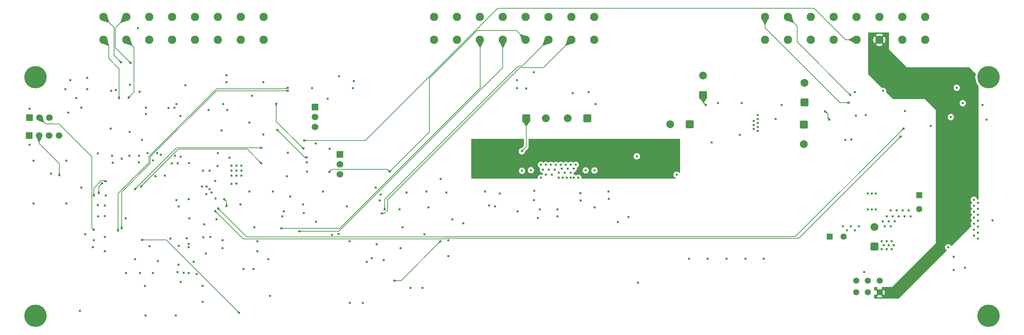
<source format=gbr>
%TF.GenerationSoftware,KiCad,Pcbnew,9.0.7*%
%TF.CreationDate,2026-02-10T04:26:10-08:00*%
%TF.ProjectId,VCU_v2,5643555f-7632-42e6-9b69-6361645f7063,rev?*%
%TF.SameCoordinates,Original*%
%TF.FileFunction,Copper,L6,Bot*%
%TF.FilePolarity,Positive*%
%FSLAX46Y46*%
G04 Gerber Fmt 4.6, Leading zero omitted, Abs format (unit mm)*
G04 Created by KiCad (PCBNEW 9.0.7) date 2026-02-10 04:26:10*
%MOMM*%
%LPD*%
G01*
G04 APERTURE LIST*
G04 Aperture macros list*
%AMRoundRect*
0 Rectangle with rounded corners*
0 $1 Rounding radius*
0 $2 $3 $4 $5 $6 $7 $8 $9 X,Y pos of 4 corners*
0 Add a 4 corners polygon primitive as box body*
4,1,4,$2,$3,$4,$5,$6,$7,$8,$9,$2,$3,0*
0 Add four circle primitives for the rounded corners*
1,1,$1+$1,$2,$3*
1,1,$1+$1,$4,$5*
1,1,$1+$1,$6,$7*
1,1,$1+$1,$8,$9*
0 Add four rect primitives between the rounded corners*
20,1,$1+$1,$2,$3,$4,$5,0*
20,1,$1+$1,$4,$5,$6,$7,0*
20,1,$1+$1,$6,$7,$8,$9,0*
20,1,$1+$1,$8,$9,$2,$3,0*%
G04 Aperture macros list end*
%TA.AperFunction,ComponentPad*%
%ADD10C,3.600000*%
%TD*%
%TA.AperFunction,ConnectorPad*%
%ADD11C,5.700000*%
%TD*%
%TA.AperFunction,ComponentPad*%
%ADD12RoundRect,0.250000X0.750000X0.750000X-0.750000X0.750000X-0.750000X-0.750000X0.750000X-0.750000X0*%
%TD*%
%TA.AperFunction,ComponentPad*%
%ADD13C,2.000000*%
%TD*%
%TA.AperFunction,ComponentPad*%
%ADD14C,2.108200*%
%TD*%
%TA.AperFunction,ComponentPad*%
%ADD15RoundRect,0.250000X-0.550000X-0.550000X0.550000X-0.550000X0.550000X0.550000X-0.550000X0.550000X0*%
%TD*%
%TA.AperFunction,ComponentPad*%
%ADD16C,1.600000*%
%TD*%
%TA.AperFunction,ComponentPad*%
%ADD17RoundRect,0.250000X-0.550000X0.550000X-0.550000X-0.550000X0.550000X-0.550000X0.550000X0.550000X0*%
%TD*%
%TA.AperFunction,ComponentPad*%
%ADD18R,1.700000X1.700000*%
%TD*%
%TA.AperFunction,ComponentPad*%
%ADD19C,1.700000*%
%TD*%
%TA.AperFunction,ComponentPad*%
%ADD20C,1.574800*%
%TD*%
%TA.AperFunction,ComponentPad*%
%ADD21RoundRect,0.250000X-0.750000X-0.750000X0.750000X-0.750000X0.750000X0.750000X-0.750000X0.750000X0*%
%TD*%
%TA.AperFunction,ComponentPad*%
%ADD22RoundRect,0.250000X0.750000X-0.750000X0.750000X0.750000X-0.750000X0.750000X-0.750000X-0.750000X0*%
%TD*%
%TA.AperFunction,ComponentPad*%
%ADD23RoundRect,0.250000X-0.750000X0.750000X-0.750000X-0.750000X0.750000X-0.750000X0.750000X0.750000X0*%
%TD*%
%TA.AperFunction,ViaPad*%
%ADD24C,0.609600*%
%TD*%
%TA.AperFunction,Conductor*%
%ADD25C,0.152400*%
%TD*%
%TA.AperFunction,Conductor*%
%ADD26C,0.203200*%
%TD*%
%TA.AperFunction,Conductor*%
%ADD27C,0.200000*%
%TD*%
G04 APERTURE END LIST*
D10*
%TO.P,H1,1,1*%
%TO.N,unconnected-(H1-Pad1)*%
X274320000Y-53340000D03*
D11*
%TO.N,unconnected-(H1-Pad1)_2*%
X274320000Y-53340000D03*
%TD*%
D12*
%TO.P,C65,1*%
%TO.N,+12V*%
X171858881Y-63813713D03*
D13*
%TO.P,C65,2*%
%TO.N,GND*%
X166858881Y-63813713D03*
%TD*%
D14*
%TO.P,U19,1*%
%TO.N,/Connector-Root/GEN_BTN1+*%
X258129524Y-43767362D03*
%TO.P,U19,2*%
%TO.N,/Connector-Root/GEN_BTN2+*%
X252287524Y-43767362D03*
%TO.P,U19,3*%
%TO.N,/Connector-Root/Vin+*%
X246445524Y-43767362D03*
%TO.P,U19,4*%
%TO.N,/STM32-Root/STM32H723ZGT6/PG3*%
X240603524Y-43767362D03*
%TO.P,U19,5*%
%TO.N,/Connector-Root/BRAKE_LIGHT*%
X234761524Y-43767362D03*
%TO.P,U19,6*%
%TO.N,/Connector-Root/BSPD_FAULT+*%
X228919524Y-43767362D03*
%TO.P,U19,7*%
%TO.N,/Connector-Root/IMD_FAULT+*%
X223077524Y-43767362D03*
%TO.P,U19,8*%
%TO.N,/Connector-Root/BMS_FAULT+*%
X217235524Y-43767362D03*
%TO.P,U19,9*%
%TO.N,/Connector-Root/GEN_BTN1-*%
X258129524Y-37925362D03*
%TO.P,U19,10*%
%TO.N,/Connector-Root/GEN_BTN2-*%
X252287524Y-37925362D03*
%TO.P,U19,11*%
%TO.N,GND*%
X246445524Y-37925362D03*
%TO.P,U19,12*%
%TO.N,/STM32-Root/STM32H723ZGT6/PA1*%
X240603524Y-37925362D03*
%TO.P,U19,13*%
%TO.N,/STM32-Root/STM32H723ZGT6/PA0*%
X234761524Y-37925362D03*
%TO.P,U19,14*%
%TO.N,GND*%
X228919524Y-37925362D03*
%TO.P,U19,15*%
%TO.N,/Connector-Root/IMD_FAULT-*%
X223077524Y-37925362D03*
%TO.P,U19,16*%
%TO.N,/Connector-Root/BMS_FAULT-*%
X217235524Y-37925362D03*
%TD*%
D15*
%TO.P,C11,1*%
%TO.N,+5V*%
X233801877Y-94036020D03*
D16*
%TO.P,C11,2*%
%TO.N,GND*%
X237301877Y-94036020D03*
%TD*%
D17*
%TO.P,C2,1*%
%TO.N,+12V*%
X256605877Y-83493369D03*
D16*
%TO.P,C2,2*%
%TO.N,GND*%
X256605877Y-86993369D03*
%TD*%
D18*
%TO.P,JP3,1,A*%
%TO.N,unconnected-(JP3-A-Pad1)*%
X102362000Y-60960000D03*
D19*
%TO.P,JP3,2,C*%
%TO.N,Net-(JP3-C)*%
X102362000Y-63500000D03*
%TO.P,JP3,3,B*%
%TO.N,/CAN2_N*%
X102362000Y-66040000D03*
%TD*%
D20*
%TO.P,J2,1,1*%
%TO.N,/Connector-Root/Vin+*%
X246515476Y-108306700D03*
%TO.P,J2,2,2*%
%TO.N,/CAN2_P*%
X243515477Y-108306700D03*
%TO.P,J2,3,3*%
%TO.N,/CAN2_N*%
X240515478Y-108306700D03*
%TO.P,J2,4,4*%
%TO.N,GND*%
X246515476Y-105306701D03*
%TO.P,J2,5,5*%
%TO.N,/CAN1_P*%
X243515477Y-105306701D03*
%TO.P,J2,6,6*%
%TO.N,/CAN1_N*%
X240515478Y-105306701D03*
%TD*%
D21*
%TO.P,C66,1*%
%TO.N,+12V*%
X156270881Y-63813713D03*
D13*
%TO.P,C66,2*%
%TO.N,GND*%
X161270881Y-63813713D03*
%TD*%
D18*
%TO.P,JP4,1,A*%
%TO.N,unconnected-(JP4-A-Pad1)*%
X108705000Y-73031000D03*
D19*
%TO.P,JP4,2,C*%
%TO.N,Net-(JP4-C)*%
X108705000Y-75571000D03*
%TO.P,JP4,3,B*%
%TO.N,/CAN1_P*%
X108705000Y-78111000D03*
%TD*%
D18*
%TO.P,JP1,1,A*%
%TO.N,+3.3V*%
X29437393Y-63644027D03*
D19*
%TO.P,JP1,2,C*%
%TO.N,Net-(JP1-C)*%
X31977393Y-63644027D03*
%TO.P,JP1,3,B*%
%TO.N,GND*%
X34517393Y-63644027D03*
%TD*%
D18*
%TO.P,J1,1,Pin_1*%
%TO.N,+3.3V*%
X29395343Y-68252197D03*
D19*
%TO.P,J1,2,Pin_2*%
%TO.N,/STM32-Root/STM32H723ZGT6/PA14*%
X31935343Y-68252197D03*
%TO.P,J1,3,Pin_3*%
%TO.N,GND*%
X34475343Y-68252197D03*
%TO.P,J1,4,Pin_4*%
%TO.N,/STM32-Root/STM32H723ZGT6/PA13*%
X37015343Y-68252197D03*
%TD*%
D22*
%TO.P,C53,1,1*%
%TO.N,+3.3V*%
X227315340Y-59742124D03*
D13*
%TO.P,C53,2,2*%
%TO.N,GND*%
X227315340Y-54742124D03*
%TD*%
D14*
%TO.P,U18,1*%
%TO.N,/STM32-Root/STM32H723ZGT6/PG2*%
X173674524Y-43767362D03*
%TO.P,U18,2*%
%TO.N,/BSPD-Logic/Isense-thresh*%
X167832524Y-43767362D03*
%TO.P,U18,3*%
%TO.N,/BSPD-Logic/Isense-active*%
X161990524Y-43767362D03*
%TO.P,U18,4*%
%TO.N,/BSPD-FAULT*%
X156148524Y-43767362D03*
%TO.P,U18,5*%
%TO.N,/Connector-Root/IMD-FAULT*%
X150306524Y-43767362D03*
%TO.P,U18,6*%
%TO.N,/Connector-Root/BMS-FAULT*%
X144464524Y-43767362D03*
%TO.P,U18,7*%
%TO.N,/Connector-Root/SPEAKER-*%
X138622524Y-43767362D03*
%TO.P,U18,8*%
%TO.N,/Connector-Root/SPEAKER+*%
X132780524Y-43767362D03*
%TO.P,U18,9*%
%TO.N,/STM32-Root/STM32H723ZGT6/PA2*%
X173674524Y-37925362D03*
%TO.P,U18,10*%
%TO.N,/CAN2_N*%
X167832524Y-37925362D03*
%TO.P,U18,11*%
%TO.N,/CAN2_P*%
X161990524Y-37925362D03*
%TO.P,U18,12*%
%TO.N,/STM32-Root/STM32H723ZGT6/PG8*%
X156148524Y-37925362D03*
%TO.P,U18,13*%
%TO.N,/STM32-Root/STM32H723ZGT6/PG7*%
X150306524Y-37925362D03*
%TO.P,U18,14*%
%TO.N,/STM32-Root/STM32H723ZGT6/PG6*%
X144464524Y-37925362D03*
%TO.P,U18,15*%
%TO.N,/STM32-Root/STM32H723ZGT6/PE10*%
X138622524Y-37925362D03*
%TO.P,U18,16*%
%TO.N,/STM32-Root/STM32H723ZGT6/PE11*%
X132780524Y-37925362D03*
%TD*%
D12*
%TO.P,C76,1,1*%
%TO.N,+3.3V*%
X198012660Y-65352753D03*
D13*
%TO.P,C76,2,2*%
%TO.N,GND*%
X193012660Y-65352753D03*
%TD*%
D10*
%TO.P,H2,1,1*%
%TO.N,unconnected-(H2-Pad1)_1*%
X31002724Y-53340000D03*
D11*
%TO.N,unconnected-(H2-Pad1)*%
X31002724Y-53340000D03*
%TD*%
D10*
%TO.P,H3,1,1*%
%TO.N,unconnected-(H3-Pad1)_1*%
X274320000Y-114300000D03*
D11*
%TO.N,unconnected-(H3-Pad1)*%
X274320000Y-114300000D03*
%TD*%
D23*
%TO.P,C61,1,1*%
%TO.N,Net-(U14-LDOO)*%
X227169966Y-65385949D03*
D13*
%TO.P,C61,2,2*%
%TO.N,GND*%
X227169966Y-70385949D03*
%TD*%
D14*
%TO.P,U17,1*%
%TO.N,/Connector-Root/APPS1-SIG*%
X89244924Y-43767362D03*
%TO.P,U17,2*%
%TO.N,/Connector-Root/APPS2-SIG*%
X83402924Y-43767362D03*
%TO.P,U17,3*%
%TO.N,/BSE-SIG*%
X77560924Y-43767362D03*
%TO.P,U17,4*%
%TO.N,+4.8V*%
X71718924Y-43767362D03*
%TO.P,U17,5*%
X65876924Y-43767362D03*
%TO.P,U17,6*%
X60034924Y-43767362D03*
%TO.P,U17,7*%
%TO.N,/Connector-Root/RTD_BTN-*%
X54192924Y-43767362D03*
%TO.P,U17,8*%
%TO.N,/Connector-Root/RTD_BTN+*%
X48350924Y-43767362D03*
%TO.P,U17,9*%
%TO.N,GND*%
X89244924Y-37925362D03*
%TO.P,U17,10*%
X83402924Y-37925362D03*
%TO.P,U17,11*%
X77560924Y-37925362D03*
%TO.P,U17,12*%
%TO.N,/CAN1_P*%
X71718924Y-37925362D03*
%TO.P,U17,13*%
%TO.N,/CAN1_N*%
X65876924Y-37925362D03*
%TO.P,U17,14*%
%TO.N,/STM32-Root/STM32H723ZGT6/PB15*%
X60034924Y-37925362D03*
%TO.P,U17,15*%
%TO.N,/Connector-Root/PRECHARGE_BTN+*%
X54192924Y-37925362D03*
%TO.P,U17,16*%
%TO.N,/Connector-Root/PRECHARGE_BTN-*%
X48350924Y-37925362D03*
%TD*%
D10*
%TO.P,H4,1,1*%
%TO.N,unconnected-(H4-Pad1)_2*%
X31002724Y-114300000D03*
D11*
%TO.N,unconnected-(H4-Pad1)_1*%
X31002724Y-114300000D03*
%TD*%
D22*
%TO.P,C13,1*%
%TO.N,+5V*%
X245175877Y-96576020D03*
D13*
%TO.P,C13,2*%
%TO.N,GND*%
X245175877Y-91576020D03*
%TD*%
D22*
%TO.P,C80,1,1*%
%TO.N,+3.3V*%
X201451446Y-57914787D03*
D13*
%TO.P,C80,2,2*%
%TO.N,GND*%
X201451446Y-52914787D03*
%TD*%
D24*
%TO.N,/STM32-Root/STM32H723ZGT6/VBAT*%
X58166000Y-94869000D03*
X82931000Y-113538000D03*
%TO.N,GND*%
X30480000Y-74676000D03*
X45879629Y-94996000D03*
X160020000Y-75692000D03*
X273812000Y-64135000D03*
X89154000Y-54610000D03*
X79883000Y-61722000D03*
X108381800Y-93395800D03*
X164592000Y-77724000D03*
X68072000Y-105664000D03*
X67564000Y-96393000D03*
X87630000Y-97790000D03*
X50546000Y-73406000D03*
X46990000Y-88900000D03*
X214376000Y-65532000D03*
X166370000Y-75692000D03*
X86614000Y-102362000D03*
X125730000Y-82804000D03*
X136398000Y-99060000D03*
X70104000Y-84455000D03*
X154051000Y-87630000D03*
X164211000Y-88900000D03*
X160528000Y-76962000D03*
X100330000Y-77470000D03*
X215392000Y-66040000D03*
X38862000Y-74676000D03*
X168402000Y-78994000D03*
X169545000Y-78994000D03*
X240157730Y-92409908D03*
X45593000Y-96774000D03*
X241173730Y-91393908D03*
X250825730Y-87329908D03*
X42316114Y-113050313D03*
X102641400Y-90271600D03*
X265455400Y-102565200D03*
X64897000Y-61214000D03*
X173736000Y-86614000D03*
X171450000Y-77114400D03*
X244475730Y-83011908D03*
X95377000Y-72644000D03*
X153924000Y-54102000D03*
X207391000Y-99695000D03*
X253873730Y-87329908D03*
X215392000Y-67056000D03*
X163830000Y-75692000D03*
X239141730Y-91393908D03*
X216916000Y-99695000D03*
X249301730Y-91393908D03*
X252349730Y-87329908D03*
X242951000Y-62992000D03*
X167640000Y-78994000D03*
X77470000Y-76011362D03*
X214376000Y-64516000D03*
X243459730Y-83011908D03*
X166878000Y-76708000D03*
X43688000Y-93472000D03*
X168148000Y-57404000D03*
X87630000Y-95250000D03*
X238125730Y-92409908D03*
X65786000Y-75311000D03*
X168402000Y-76708000D03*
X108458000Y-53086000D03*
X110490000Y-86334600D03*
X79756000Y-54610000D03*
X73660000Y-106680000D03*
X247269730Y-90123908D03*
X57531000Y-57023000D03*
X265430000Y-99212400D03*
X59055000Y-114173000D03*
X161290000Y-75692000D03*
X85598000Y-64897000D03*
X124206000Y-97028000D03*
X162814000Y-78232000D03*
X259588000Y-65786000D03*
X157480000Y-77089000D03*
X111252000Y-110998000D03*
X160020000Y-78994000D03*
X50292000Y-56769000D03*
X212217000Y-99695000D03*
X268300200Y-102006400D03*
X215392000Y-64008000D03*
X60960000Y-103378000D03*
X59182000Y-61087000D03*
X123952000Y-87122000D03*
X168910000Y-75692000D03*
X96012000Y-83820000D03*
X275336000Y-89916000D03*
X72136000Y-103632000D03*
X167640000Y-77724000D03*
X264007600Y-96774000D03*
X165100000Y-75692000D03*
X66802000Y-114173000D03*
X254381730Y-88853908D03*
X249301730Y-87329908D03*
X166116000Y-77724000D03*
X165608000Y-78994000D03*
X161290000Y-78232000D03*
X84074000Y-102362000D03*
X245491730Y-87075908D03*
X155194000Y-77216000D03*
X53975000Y-89408000D03*
X173990000Y-60198000D03*
X117858415Y-81533000D03*
X162560000Y-75692000D03*
X162052000Y-76962000D03*
X215392000Y-65024000D03*
X164592000Y-78994000D03*
X39370000Y-62357000D03*
X248285730Y-88853908D03*
X38608000Y-56388000D03*
X126746000Y-107188000D03*
X266192000Y-56007000D03*
X252857730Y-88853908D03*
X78867000Y-60198000D03*
X202565000Y-99695000D03*
X67183000Y-103124000D03*
X129794000Y-107188000D03*
X69215000Y-55372000D03*
X70104000Y-95885000D03*
X243459730Y-87075908D03*
X240411000Y-63119000D03*
X66625632Y-73356632D03*
X163576000Y-76962000D03*
X50165000Y-66421000D03*
X68834000Y-103251000D03*
X70104000Y-103378000D03*
X75565000Y-94107000D03*
X245491730Y-83011908D03*
X39878000Y-54102000D03*
X146812000Y-86106000D03*
X102489000Y-70231000D03*
X172212000Y-57150000D03*
X214376000Y-66548000D03*
X170116500Y-82994500D03*
X38862000Y-85598000D03*
X148336000Y-86360000D03*
X93980000Y-88900000D03*
X54102000Y-103378000D03*
X116840000Y-99568000D03*
X250317730Y-90123908D03*
X118872000Y-84836000D03*
X75946000Y-82804000D03*
X153924000Y-56134000D03*
X46863000Y-72771000D03*
X79756000Y-52832000D03*
X158242000Y-52070000D03*
X73660000Y-110744000D03*
X77216000Y-89662000D03*
X30480000Y-85598000D03*
X251333730Y-88853908D03*
X131318000Y-86614000D03*
X173710600Y-77139800D03*
X59182000Y-62738000D03*
X165354000Y-76708000D03*
X75438000Y-77216000D03*
X177292000Y-82550000D03*
X130302000Y-93472000D03*
X94361000Y-87630000D03*
X167640000Y-75692000D03*
X76962000Y-84328000D03*
X60071000Y-96520000D03*
X59630329Y-72703671D03*
X52978739Y-74168000D03*
X249809730Y-88853908D03*
X112268000Y-54356000D03*
X184785000Y-105791000D03*
X86233000Y-58039000D03*
X247777730Y-91393908D03*
X244475730Y-87075908D03*
X70231000Y-89408000D03*
X99314000Y-85852000D03*
X34925000Y-77978000D03*
X57658000Y-103378000D03*
X58928000Y-106680000D03*
X106045000Y-71628000D03*
X248793730Y-90123908D03*
X166624000Y-78994000D03*
X66929000Y-60198000D03*
X237109730Y-91393908D03*
X164211000Y-87122000D03*
X86868000Y-91694000D03*
X197866000Y-99695000D03*
X101600000Y-56134000D03*
X78486000Y-66929000D03*
X90424000Y-99822000D03*
X54940200Y-73406000D03*
X135890000Y-82804000D03*
X170180000Y-84836000D03*
X66469327Y-61087000D03*
X57383566Y-73406000D03*
X77537724Y-72711724D03*
X48895000Y-83566000D03*
X46904239Y-86020239D03*
X56388000Y-99822000D03*
X177393600Y-84353400D03*
X114554000Y-110998000D03*
X76885800Y-79857600D03*
X215392000Y-62992000D03*
X203581000Y-70002400D03*
%TO.N,+5V*%
X249555730Y-97235908D03*
X248285730Y-97235908D03*
X75184000Y-61722000D03*
X81026000Y-80611362D03*
X248793730Y-96219908D03*
X249555730Y-95203908D03*
X250063730Y-96219908D03*
X248285730Y-95203908D03*
X67945000Y-63246000D03*
X105537000Y-58801000D03*
X42672000Y-61087000D03*
X41402000Y-58674000D03*
X89154000Y-67945000D03*
X247523730Y-96219908D03*
X247015730Y-97235908D03*
X247015730Y-95203908D03*
X82296000Y-80518000D03*
%TO.N,+3.3V*%
X221488000Y-60452000D03*
X148844000Y-75692000D03*
X189484000Y-77724000D03*
X50673000Y-75184000D03*
X57383566Y-75057000D03*
X202184000Y-60452000D03*
X44196000Y-56337200D03*
X112014000Y-56134000D03*
X191516000Y-74676000D03*
X73761600Y-77190600D03*
X189484000Y-71628000D03*
X188468000Y-76200000D03*
X83566000Y-75946000D03*
X149860000Y-74168000D03*
X194564000Y-73152000D03*
X48641000Y-94107000D03*
X82296000Y-77216000D03*
X82296000Y-78486000D03*
X264668000Y-63500000D03*
X149860000Y-71120000D03*
X42672000Y-81491932D03*
X67284600Y-75311000D03*
X81026000Y-78486000D03*
X80518000Y-73914000D03*
X74549000Y-83185000D03*
X193548000Y-74676000D03*
X219964000Y-64008000D03*
X143764000Y-71120000D03*
X48641000Y-86106000D03*
X48641000Y-97790000D03*
X187452000Y-74676000D03*
X67437000Y-101219000D03*
X210820000Y-68072000D03*
X74041000Y-90932000D03*
X100203000Y-75057000D03*
X187452000Y-71628000D03*
X146812000Y-72644000D03*
X187452000Y-77724000D03*
X144780000Y-75692000D03*
X272796000Y-60452000D03*
X205232000Y-59944000D03*
X78740000Y-94996000D03*
X252984000Y-61976000D03*
X95123000Y-78613000D03*
X71374000Y-100457000D03*
X143764000Y-77216000D03*
X82296000Y-75946000D03*
X29464000Y-61341000D03*
X81026000Y-75946000D03*
X55118000Y-55245000D03*
X48641000Y-88773000D03*
X191516000Y-77724000D03*
X73787000Y-94234000D03*
X62230000Y-100330000D03*
X144780000Y-72644000D03*
X78740000Y-97028000D03*
X81026000Y-77216000D03*
X193548000Y-71628000D03*
X147828000Y-77216000D03*
X145796000Y-77216000D03*
X44196000Y-53467000D03*
X192532000Y-73152000D03*
X190500000Y-76200000D03*
X146812000Y-75692000D03*
X267716000Y-59944000D03*
X147828000Y-71120000D03*
X189484000Y-74676000D03*
X83566000Y-78486000D03*
X191516000Y-71628000D03*
X148844000Y-72644000D03*
X145796000Y-74168000D03*
X188468000Y-73152000D03*
X145796000Y-71120000D03*
X211328000Y-59944000D03*
X143764000Y-74168000D03*
X192532000Y-76200000D03*
X83566000Y-77216000D03*
X150876000Y-75692000D03*
X83312000Y-85852000D03*
X150876000Y-72644000D03*
X51460400Y-56591200D03*
X147828000Y-74168000D03*
X29464000Y-70612000D03*
X190500000Y-73152000D03*
%TO.N,/STM32-Root/STM32H723ZGT6/PF14*%
X58166000Y-69342000D03*
X67564000Y-86360000D03*
%TO.N,/STM32-Root/STM32H723ZGT6/PF15*%
X66992500Y-84772500D03*
X54991000Y-67310000D03*
%TO.N,/STM32-Root/STM32H723ZGT6/PG0*%
X76835000Y-87503000D03*
X251841000Y-68453000D03*
%TO.N,/STM32-Root/STM32H723ZGT6/PG1*%
X77597000Y-86868000D03*
X252603000Y-66421000D03*
%TO.N,/STM32-Root/STM32H723ZGT6/PA14*%
X37087597Y-78359000D03*
%TO.N,/STM32-Root/STM32H723ZGT6/PA0*%
X69596000Y-94488000D03*
%TO.N,/STM32-Root/STM32H723ZGT6/PG2*%
X62992000Y-73152000D03*
%TO.N,/STM32-Root/STM32H723ZGT6/PD1*%
X88646000Y-71374000D03*
X56388000Y-81915000D03*
%TO.N,/STM32-Root/STM32H723ZGT6/PG3*%
X99568000Y-69469000D03*
X64008000Y-78486000D03*
%TO.N,/STM32-Root/STM32H723ZGT6/PA1*%
X70104000Y-96774000D03*
%TO.N,/STM32-Root/STM32H723ZGT6/PD0*%
X88646000Y-75311000D03*
X57912000Y-81280000D03*
%TO.N,/STM32-Root/STM32H723ZGT6/PC11*%
X47117000Y-82991931D03*
X48006000Y-80374332D03*
%TO.N,/STM32-Root/STM32H723ZGT6/PC1*%
X182346600Y-89077800D03*
X65419939Y-94589600D03*
%TO.N,/STM32-Root/STM32H723ZGT6/PC10*%
X48895000Y-79874332D03*
X45847000Y-83550731D03*
%TO.N,/STM32-Root/STM32H723ZGT6/PB12*%
X70167500Y-75275764D03*
X134416800Y-79349600D03*
X179679600Y-90297000D03*
%TO.N,/STM32-Root/STM32H723ZGT6/PG8*%
X61595000Y-78613000D03*
%TO.N,/STM32-Root/STM32H723ZGT6/PB15*%
X57150000Y-40810286D03*
X68072000Y-73660000D03*
%TO.N,/STM32-Root/STM32H723ZGT6/PE10*%
X75438000Y-81915000D03*
%TO.N,/STM32-Root/STM32H723ZGT6/PE9*%
X79756000Y-86233000D03*
X79121000Y-84455000D03*
%TO.N,/STM32-Root/STM32H723ZGT6/PG7*%
X60960000Y-74549000D03*
%TO.N,/STM32-Root/STM32H723ZGT6/PB6*%
X52070000Y-92491932D03*
X95377000Y-56007000D03*
%TO.N,/STM32-Root/STM32H723ZGT6/PA2*%
X74485500Y-98361500D03*
%TO.N,/STM32-Root/STM32H723ZGT6/PB5*%
X52959000Y-91933132D03*
X95427800Y-56769000D03*
%TO.N,/STM32-Root/STM32H723ZGT6/PE11*%
X74676000Y-81280000D03*
%TO.N,/STM32-Root/STM32H723ZGT6/PB10*%
X73507600Y-81229200D03*
X194691000Y-78232000D03*
%TO.N,/STM32-Root/STM32H723ZGT6/PG6*%
X62051786Y-72719786D03*
%TO.N,Net-(JP1-C)*%
X45847000Y-92329000D03*
%TO.N,/BSPD-FAULT*%
X121412000Y-77470000D03*
X106001383Y-77513617D03*
%TO.N,/Connector-Root/BSPD_FAULT+*%
X91567000Y-82550000D03*
%TO.N,/Connector-Root/BMS-FAULT*%
X93726000Y-91948000D03*
X233680000Y-64135000D03*
X232600500Y-62039500D03*
%TO.N,/Connector-Root/BRAKE_LIGHT*%
X90805000Y-109220000D03*
%TO.N,/Connector-Root/IMD-FAULT*%
X98298000Y-92710000D03*
%TO.N,/Connector-Root/PRECHARGE_BTN+*%
X55245000Y-49657000D03*
%TO.N,/Connector-Root/PRECHARGE_BTN-*%
X52832000Y-49530000D03*
%TO.N,/Connector-Root/RTD_BTN+*%
X52324000Y-58674000D03*
%TO.N,/Connector-Root/RTD_BTN-*%
X54737000Y-58547000D03*
%TO.N,+12V*%
X85598000Y-82550000D03*
X271602200Y-94538800D03*
X158242000Y-84709000D03*
X271602200Y-89966800D03*
X119126000Y-83312000D03*
X111125000Y-95250000D03*
X136398000Y-94996000D03*
X270586200Y-86156800D03*
X271602200Y-86918800D03*
X106680000Y-93599000D03*
X159258000Y-89281000D03*
X240157000Y-57150000D03*
X184531000Y-73533000D03*
X99441000Y-88011000D03*
X270586200Y-87680800D03*
X159766000Y-87122000D03*
X140233400Y-90652600D03*
X158305500Y-82359500D03*
X137414000Y-89662000D03*
X118110000Y-96012000D03*
X115570000Y-100457000D03*
X119888000Y-100076000D03*
X247396000Y-56803765D03*
X270586200Y-93776800D03*
X239268000Y-69215000D03*
X270586200Y-92252800D03*
X130810000Y-82550000D03*
X270586200Y-89204800D03*
X237744000Y-69342000D03*
X270586200Y-90728800D03*
X145796000Y-82550000D03*
X271602200Y-91490800D03*
X271602200Y-93014800D03*
X156260800Y-56159400D03*
X149479000Y-83058000D03*
X271602200Y-88442800D03*
X104394000Y-82550000D03*
X124714000Y-91694000D03*
X155168600Y-72237600D03*
X270586200Y-84632800D03*
X271602200Y-85394800D03*
%TO.N,/Connector-Root/Vin+*%
X262382000Y-69342000D03*
X268986000Y-69342000D03*
X270002000Y-70612000D03*
X267208000Y-69342000D03*
X263906000Y-69342000D03*
X265430000Y-69342000D03*
X263144000Y-70612000D03*
X266446000Y-70612000D03*
X264922000Y-70612000D03*
X268224000Y-70612000D03*
%TO.N,Net-(R102-Pad1)*%
X122555000Y-105283000D03*
X134366000Y-95250000D03*
%TO.N,/BSPD-Logic/Isense-thresh*%
X119380000Y-88138000D03*
%TO.N,/BSPD-Logic/Isense-active*%
X120142000Y-87122000D03*
%TO.N,/CAN1_P*%
X99377500Y-71564500D03*
X92456000Y-60071000D03*
%TO.N,/CAN1_N*%
X242570000Y-103124000D03*
X92710000Y-66802000D03*
X100203000Y-73848324D03*
%TO.N,/Connector-Root/BMS_FAULT-*%
X238633000Y-59817000D03*
%TO.N,/Connector-Root/IMD_FAULT-*%
X239050258Y-57912000D03*
%TD*%
D25*
%TO.N,/STM32-Root/STM32H723ZGT6/VBAT*%
X82931000Y-113538000D02*
X82931000Y-113494755D01*
X82931000Y-113494755D02*
X64305245Y-94869000D01*
X64305245Y-94869000D02*
X58166000Y-94869000D01*
D26*
%TO.N,+3.3V*%
X201451446Y-59719446D02*
X202184000Y-60452000D01*
X201451446Y-57914787D02*
X201451446Y-59719446D01*
%TO.N,/STM32-Root/STM32H723ZGT6/PG0*%
X225857800Y-94436200D02*
X251841000Y-68453000D01*
X135687800Y-94436200D02*
X225857800Y-94436200D01*
X76835000Y-87503000D02*
X83947000Y-94615000D01*
X135509000Y-94615000D02*
X135687800Y-94436200D01*
X83947000Y-94615000D02*
X135509000Y-94615000D01*
%TO.N,/STM32-Root/STM32H723ZGT6/PG1*%
X84887800Y-94158800D02*
X135460892Y-94158800D01*
X135540092Y-94079600D02*
X224944400Y-94079600D01*
X135460892Y-94158800D02*
X135540092Y-94079600D01*
X224944400Y-94079600D02*
X252603000Y-66421000D01*
X77597000Y-86868000D02*
X84887800Y-94158800D01*
%TO.N,/STM32-Root/STM32H723ZGT6/PA14*%
X37084000Y-75438000D02*
X31935343Y-70289343D01*
X37084000Y-78359000D02*
X37084000Y-75438000D01*
X37087597Y-78359000D02*
X37084000Y-78359000D01*
X31935343Y-70289343D02*
X31935343Y-68252197D01*
%TO.N,/STM32-Root/STM32H723ZGT6/PD1*%
X56388000Y-81915000D02*
X66929000Y-71374000D01*
X66929000Y-71374000D02*
X88646000Y-71374000D01*
%TO.N,/STM32-Root/STM32H723ZGT6/PG3*%
X115228612Y-69469000D02*
X149010612Y-35687000D01*
X237823362Y-43767362D02*
X240603524Y-43767362D01*
X99568000Y-69469000D02*
X115228612Y-69469000D01*
X149010612Y-35687000D02*
X229743000Y-35687000D01*
X229743000Y-35687000D02*
X237823362Y-43767362D01*
%TO.N,/STM32-Root/STM32H723ZGT6/PD0*%
X67461400Y-71730600D02*
X85065600Y-71730600D01*
X57912000Y-81280000D02*
X67461400Y-71730600D01*
X85065600Y-71730600D02*
X88646000Y-75311000D01*
%TO.N,/STM32-Root/STM32H723ZGT6/PC11*%
X47117000Y-81263332D02*
X47117000Y-82991931D01*
X48006000Y-80374332D02*
X47117000Y-81263332D01*
%TO.N,/STM32-Root/STM32H723ZGT6/PC10*%
X45847000Y-81661000D02*
X45847000Y-83550731D01*
X48895000Y-79874332D02*
X48746263Y-79725595D01*
X47782405Y-79725595D02*
X45847000Y-81661000D01*
X48746263Y-79725595D02*
X47782405Y-79725595D01*
%TO.N,/STM32-Root/STM32H723ZGT6/PE9*%
X79121000Y-84455000D02*
X79756000Y-85090000D01*
X79756000Y-85090000D02*
X79756000Y-86233000D01*
%TO.N,/STM32-Root/STM32H723ZGT6/PB6*%
X52070000Y-83061692D02*
X52070000Y-92491932D01*
X59944000Y-75187692D02*
X52070000Y-83061692D01*
X59944000Y-73533000D02*
X59944000Y-75187692D01*
X95377000Y-56007000D02*
X95123000Y-56261000D01*
X95123000Y-56261000D02*
X77216000Y-56261000D01*
X77216000Y-56261000D02*
X59944000Y-73533000D01*
%TO.N,/STM32-Root/STM32H723ZGT6/PB5*%
X77212308Y-56769000D02*
X60300600Y-73680708D01*
X52959000Y-82677000D02*
X52959000Y-91933132D01*
X95427800Y-56769000D02*
X77212308Y-56769000D01*
X60300600Y-75335401D02*
X52959000Y-82677000D01*
X60300600Y-73680708D02*
X60300600Y-75335401D01*
D25*
%TO.N,Net-(JP1-C)*%
X45339000Y-83302975D02*
X45339000Y-73615081D01*
X37001919Y-65278000D02*
X33611366Y-65278000D01*
X45339000Y-73615081D02*
X37001919Y-65278000D01*
X45339000Y-83798487D02*
X45312600Y-83772087D01*
X45339000Y-91821000D02*
X45339000Y-83798487D01*
X45847000Y-92329000D02*
X45339000Y-91821000D01*
X45312600Y-83772087D02*
X45312600Y-83329375D01*
X45312600Y-83329375D02*
X45339000Y-83302975D01*
X33611366Y-65278000D02*
X31977393Y-63644027D01*
%TO.N,/BSPD-FAULT*%
X120777000Y-76835000D02*
X106680000Y-76835000D01*
X153783162Y-41402000D02*
X143764000Y-41402000D01*
X156148524Y-43767362D02*
X153783162Y-41402000D01*
X106680000Y-76835000D02*
X106001383Y-77513617D01*
X143764000Y-41402000D02*
X131572000Y-53594000D01*
X121412000Y-77470000D02*
X120777000Y-76835000D01*
X131572000Y-53594000D02*
X131572000Y-67310000D01*
X131572000Y-67310000D02*
X121412000Y-77470000D01*
D26*
%TO.N,/Connector-Root/BMS-FAULT*%
X233299000Y-62738000D02*
X233299000Y-63754000D01*
X232600500Y-62039500D02*
X233299000Y-62738000D01*
X144526000Y-56134000D02*
X144526000Y-43828838D01*
X108712000Y-91948000D02*
X144526000Y-56134000D01*
X233299000Y-63754000D02*
X233680000Y-64135000D01*
X93726000Y-91948000D02*
X108712000Y-91948000D01*
X144526000Y-43828838D02*
X144464524Y-43767362D01*
%TO.N,/Connector-Root/IMD-FAULT*%
X150306524Y-50857785D02*
X150306524Y-43767362D01*
X98298000Y-92710000D02*
X108454309Y-92710000D01*
X108454309Y-92710000D02*
X150306524Y-50857785D01*
%TO.N,/Connector-Root/PRECHARGE_BTN+*%
X51410600Y-45822600D02*
X51410600Y-40707686D01*
X55245000Y-49657000D02*
X51410600Y-45822600D01*
X51410600Y-40707686D02*
X54192924Y-37925362D01*
%TO.N,/Connector-Root/PRECHARGE_BTN-*%
X52832000Y-49530000D02*
X51054000Y-47752000D01*
X51054000Y-47752000D02*
X51054000Y-40628438D01*
X51054000Y-40628438D02*
X48350924Y-37925362D01*
%TO.N,/Connector-Root/RTD_BTN+*%
X52324000Y-58674000D02*
X52324000Y-51181000D01*
X49657000Y-48514000D02*
X49657000Y-45073438D01*
X49657000Y-45073438D02*
X48350924Y-43767362D01*
X52324000Y-51181000D02*
X49657000Y-48514000D01*
%TO.N,/Connector-Root/RTD_BTN-*%
X56134000Y-45708438D02*
X54192924Y-43767362D01*
X56134000Y-57150000D02*
X56134000Y-45708438D01*
X54737000Y-58547000D02*
X56134000Y-57150000D01*
%TO.N,+12V*%
X156270881Y-71135319D02*
X155168600Y-72237600D01*
X156270881Y-63813713D02*
X156270881Y-71135319D01*
D25*
%TO.N,Net-(R102-Pad1)*%
X124333000Y-105283000D02*
X134366000Y-95250000D01*
X122555000Y-105283000D02*
X124333000Y-105283000D01*
D26*
%TO.N,/BSPD-Logic/Isense-thresh*%
X160697286Y-50902600D02*
X167832524Y-43767362D01*
X154686000Y-50902600D02*
X160697286Y-50902600D01*
X120904000Y-87325200D02*
X120904000Y-84684600D01*
X119380000Y-88138000D02*
X120091200Y-88138000D01*
X120091200Y-88138000D02*
X120904000Y-87325200D01*
X120904000Y-84684600D02*
X154686000Y-50902600D01*
%TO.N,/BSPD-Logic/Isense-active*%
X154178000Y-50546000D02*
X155211886Y-50546000D01*
X120142000Y-84582000D02*
X154178000Y-50546000D01*
X120142000Y-87122000D02*
X120142000Y-84582000D01*
X155211886Y-50546000D02*
X161990524Y-43767362D01*
D25*
%TO.N,/CAN1_P*%
X92456000Y-64643000D02*
X92456000Y-60071000D01*
X99377500Y-71564500D02*
X92456000Y-64643000D01*
%TO.N,/CAN1_N*%
X100076000Y-73848324D02*
X100014675Y-73786999D01*
X100203000Y-73848324D02*
X100076000Y-73848324D01*
X99695000Y-73786999D02*
X92710000Y-66802000D01*
X100014675Y-73786999D02*
X99695000Y-73786999D01*
D27*
%TO.N,/Connector-Root/BMS_FAULT-*%
X236347000Y-59817000D02*
X238633000Y-59817000D01*
X225298000Y-48768000D02*
X236347000Y-59817000D01*
X217235524Y-37925362D02*
X217235524Y-40705524D01*
X217235524Y-40705524D02*
X225298000Y-48768000D01*
%TO.N,/Connector-Root/IMD_FAULT-*%
X225425000Y-40272838D02*
X225425000Y-44286742D01*
X223077524Y-37925362D02*
X225425000Y-40272838D01*
X225425000Y-44286742D02*
X239050258Y-57912000D01*
%TD*%
%TA.AperFunction,Conductor*%
%TO.N,+3.3V*%
G36*
X155611820Y-69107685D02*
G01*
X155657575Y-69160489D01*
X155668781Y-69212000D01*
X155668781Y-70834558D01*
X155649096Y-70901597D01*
X155632462Y-70922239D01*
X155248595Y-71306105D01*
X155218693Y-71328140D01*
X154995335Y-71445766D01*
X154961753Y-71457666D01*
X154933705Y-71463246D01*
X154933698Y-71463248D01*
X154787153Y-71523948D01*
X154787140Y-71523955D01*
X154655251Y-71612081D01*
X154655247Y-71612084D01*
X154543084Y-71724247D01*
X154543081Y-71724251D01*
X154454955Y-71856140D01*
X154454948Y-71856153D01*
X154394247Y-72002701D01*
X154394244Y-72002710D01*
X154363300Y-72158280D01*
X154363300Y-72316919D01*
X154394244Y-72472489D01*
X154394247Y-72472498D01*
X154454948Y-72619046D01*
X154454955Y-72619059D01*
X154543081Y-72750948D01*
X154543084Y-72750952D01*
X154655247Y-72863115D01*
X154655251Y-72863118D01*
X154787140Y-72951244D01*
X154787153Y-72951251D01*
X154897064Y-72996776D01*
X154933703Y-73011953D01*
X154933705Y-73011953D01*
X154933710Y-73011955D01*
X155089280Y-73042899D01*
X155089284Y-73042900D01*
X155089285Y-73042900D01*
X155247916Y-73042900D01*
X155247917Y-73042899D01*
X155299775Y-73032584D01*
X155403489Y-73011955D01*
X155403492Y-73011953D01*
X155403497Y-73011953D01*
X155550053Y-72951248D01*
X155681949Y-72863118D01*
X155794118Y-72750949D01*
X155882248Y-72619053D01*
X155942953Y-72472497D01*
X155948533Y-72444441D01*
X155960432Y-72410858D01*
X156078053Y-72187510D01*
X156100088Y-72157609D01*
X156752678Y-71505020D01*
X156752678Y-71505019D01*
X156752681Y-71505017D01*
X156762622Y-71487799D01*
X156831948Y-71367721D01*
X156872981Y-71214587D01*
X156872981Y-69212000D01*
X156892666Y-69144961D01*
X156945470Y-69099206D01*
X156996981Y-69088000D01*
X195456000Y-69088000D01*
X195523039Y-69107685D01*
X195568794Y-69160489D01*
X195580000Y-69212000D01*
X195579999Y-77704204D01*
X195560314Y-77771243D01*
X195507510Y-77816998D01*
X195438352Y-77826942D01*
X195374796Y-77797917D01*
X195352897Y-77773095D01*
X195316518Y-77718651D01*
X195316515Y-77718647D01*
X195204352Y-77606484D01*
X195204348Y-77606481D01*
X195072459Y-77518355D01*
X195072446Y-77518348D01*
X194925898Y-77457647D01*
X194925889Y-77457644D01*
X194770319Y-77426700D01*
X194770315Y-77426700D01*
X194611685Y-77426700D01*
X194611680Y-77426700D01*
X194456110Y-77457644D01*
X194456101Y-77457647D01*
X194309553Y-77518348D01*
X194309540Y-77518355D01*
X194177651Y-77606481D01*
X194177647Y-77606484D01*
X194065484Y-77718647D01*
X194065481Y-77718651D01*
X193977355Y-77850540D01*
X193977348Y-77850553D01*
X193916647Y-77997101D01*
X193916644Y-77997110D01*
X193885700Y-78152680D01*
X193885700Y-78311319D01*
X193916644Y-78466889D01*
X193916647Y-78466898D01*
X193977348Y-78613446D01*
X193977355Y-78613459D01*
X194065481Y-78745348D01*
X194065484Y-78745352D01*
X194177647Y-78857515D01*
X194177651Y-78857518D01*
X194309540Y-78945644D01*
X194309553Y-78945651D01*
X194461731Y-79008684D01*
X194460906Y-79010673D01*
X194511209Y-79043646D01*
X194539659Y-79107461D01*
X194529092Y-79176527D01*
X194482862Y-79228916D01*
X194416767Y-79248000D01*
X170466648Y-79248000D01*
X170399609Y-79228315D01*
X170353854Y-79175511D01*
X170343910Y-79106353D01*
X170345030Y-79099811D01*
X170350300Y-79073314D01*
X170350300Y-78914684D01*
X170350299Y-78914680D01*
X170319355Y-78759110D01*
X170319352Y-78759101D01*
X170313655Y-78745348D01*
X170259026Y-78613459D01*
X170258651Y-78612553D01*
X170258644Y-78612540D01*
X170170518Y-78480651D01*
X170170515Y-78480647D01*
X170058352Y-78368484D01*
X170058348Y-78368481D01*
X169926459Y-78280355D01*
X169926446Y-78280348D01*
X169779898Y-78219647D01*
X169779889Y-78219644D01*
X169624319Y-78188700D01*
X169624315Y-78188700D01*
X169465685Y-78188700D01*
X169465680Y-78188700D01*
X169310110Y-78219644D01*
X169310101Y-78219647D01*
X169163553Y-78280348D01*
X169163540Y-78280355D01*
X169042391Y-78361305D01*
X168975713Y-78382183D01*
X168908333Y-78363698D01*
X168904609Y-78361305D01*
X168783459Y-78280355D01*
X168783446Y-78280348D01*
X168636898Y-78219647D01*
X168636889Y-78219644D01*
X168479699Y-78188378D01*
X168417788Y-78155993D01*
X168383214Y-78095278D01*
X168386953Y-78025508D01*
X168389314Y-78019344D01*
X168414353Y-77958897D01*
X168417039Y-77945396D01*
X168437702Y-77841515D01*
X168445300Y-77803315D01*
X168445300Y-77644685D01*
X168445300Y-77644684D01*
X168444703Y-77638622D01*
X168446476Y-77638447D01*
X168451938Y-77577246D01*
X168494787Y-77522058D01*
X168543148Y-77501001D01*
X168636889Y-77482355D01*
X168636892Y-77482353D01*
X168636897Y-77482353D01*
X168783453Y-77421648D01*
X168915349Y-77333518D01*
X169027518Y-77221349D01*
X169115648Y-77089453D01*
X169138170Y-77035080D01*
X170644700Y-77035080D01*
X170644700Y-77193719D01*
X170675644Y-77349289D01*
X170675647Y-77349298D01*
X170736348Y-77495846D01*
X170736355Y-77495859D01*
X170824481Y-77627748D01*
X170824484Y-77627752D01*
X170936647Y-77739915D01*
X170936651Y-77739918D01*
X171068540Y-77828044D01*
X171068553Y-77828051D01*
X171147427Y-77860721D01*
X171215103Y-77888753D01*
X171215105Y-77888753D01*
X171215110Y-77888755D01*
X171370680Y-77919699D01*
X171370684Y-77919700D01*
X171370685Y-77919700D01*
X171529316Y-77919700D01*
X171529317Y-77919699D01*
X171595078Y-77906619D01*
X171684889Y-77888755D01*
X171684892Y-77888753D01*
X171684897Y-77888753D01*
X171831453Y-77828048D01*
X171963349Y-77739918D01*
X172075518Y-77627749D01*
X172163648Y-77495853D01*
X172224353Y-77349297D01*
X172225515Y-77343459D01*
X172254667Y-77196897D01*
X172255300Y-77193715D01*
X172255300Y-77060480D01*
X172905300Y-77060480D01*
X172905300Y-77219119D01*
X172936244Y-77374689D01*
X172936247Y-77374698D01*
X172996948Y-77521246D01*
X172996955Y-77521259D01*
X173085081Y-77653148D01*
X173085084Y-77653152D01*
X173197247Y-77765315D01*
X173197251Y-77765318D01*
X173329140Y-77853444D01*
X173329153Y-77853451D01*
X173381364Y-77875077D01*
X173475703Y-77914153D01*
X173475705Y-77914153D01*
X173475710Y-77914155D01*
X173631280Y-77945099D01*
X173631284Y-77945100D01*
X173631285Y-77945100D01*
X173789916Y-77945100D01*
X173789917Y-77945099D01*
X173867598Y-77929648D01*
X173945489Y-77914155D01*
X173945492Y-77914153D01*
X173945497Y-77914153D01*
X174092053Y-77853448D01*
X174223949Y-77765318D01*
X174336118Y-77653149D01*
X174424248Y-77521253D01*
X174484953Y-77374697D01*
X174490006Y-77349297D01*
X174515455Y-77221352D01*
X174515900Y-77219115D01*
X174515900Y-77060485D01*
X174510848Y-77035085D01*
X174484955Y-76904910D01*
X174484952Y-76904901D01*
X174424251Y-76758353D01*
X174424244Y-76758340D01*
X174336118Y-76626451D01*
X174336115Y-76626447D01*
X174223952Y-76514284D01*
X174223948Y-76514281D01*
X174092059Y-76426155D01*
X174092046Y-76426148D01*
X173945498Y-76365447D01*
X173945489Y-76365444D01*
X173789919Y-76334500D01*
X173789915Y-76334500D01*
X173631285Y-76334500D01*
X173631280Y-76334500D01*
X173475710Y-76365444D01*
X173475701Y-76365447D01*
X173329153Y-76426148D01*
X173329140Y-76426155D01*
X173197251Y-76514281D01*
X173197247Y-76514284D01*
X173085084Y-76626447D01*
X173085081Y-76626451D01*
X172996955Y-76758340D01*
X172996948Y-76758353D01*
X172936247Y-76904901D01*
X172936244Y-76904910D01*
X172905300Y-77060480D01*
X172255300Y-77060480D01*
X172255300Y-77035085D01*
X172250248Y-77009685D01*
X172224355Y-76879510D01*
X172224352Y-76879501D01*
X172163651Y-76732953D01*
X172163643Y-76732938D01*
X172075518Y-76601051D01*
X172075515Y-76601047D01*
X171963352Y-76488884D01*
X171963348Y-76488881D01*
X171831459Y-76400755D01*
X171831446Y-76400748D01*
X171684898Y-76340047D01*
X171684889Y-76340044D01*
X171529319Y-76309100D01*
X171529315Y-76309100D01*
X171370685Y-76309100D01*
X171370680Y-76309100D01*
X171215110Y-76340044D01*
X171215101Y-76340047D01*
X171068553Y-76400748D01*
X171068540Y-76400755D01*
X170936651Y-76488881D01*
X170936647Y-76488884D01*
X170824484Y-76601047D01*
X170824481Y-76601051D01*
X170736357Y-76732938D01*
X170736348Y-76732953D01*
X170675647Y-76879501D01*
X170675644Y-76879510D01*
X170644700Y-77035080D01*
X169138170Y-77035080D01*
X169176353Y-76942897D01*
X169183911Y-76904903D01*
X169207299Y-76787319D01*
X169207300Y-76787316D01*
X169207300Y-76628684D01*
X169207299Y-76628683D01*
X169192571Y-76554637D01*
X169198798Y-76485046D01*
X169241661Y-76429869D01*
X169266727Y-76415889D01*
X169291453Y-76405648D01*
X169423349Y-76317518D01*
X169535518Y-76205349D01*
X169623648Y-76073453D01*
X169684353Y-75926897D01*
X169715300Y-75771315D01*
X169715300Y-75612685D01*
X169715024Y-75611298D01*
X169684355Y-75457110D01*
X169684352Y-75457101D01*
X169623651Y-75310553D01*
X169623644Y-75310540D01*
X169535518Y-75178651D01*
X169535515Y-75178647D01*
X169423352Y-75066484D01*
X169423348Y-75066481D01*
X169291459Y-74978355D01*
X169291446Y-74978348D01*
X169144898Y-74917647D01*
X169144889Y-74917644D01*
X168989319Y-74886700D01*
X168989315Y-74886700D01*
X168830685Y-74886700D01*
X168830680Y-74886700D01*
X168675110Y-74917644D01*
X168675101Y-74917647D01*
X168528553Y-74978348D01*
X168528540Y-74978355D01*
X168396651Y-75066481D01*
X168396647Y-75066484D01*
X168362681Y-75100451D01*
X168301358Y-75133936D01*
X168231666Y-75128952D01*
X168187319Y-75100451D01*
X168153352Y-75066484D01*
X168153348Y-75066481D01*
X168021459Y-74978355D01*
X168021446Y-74978348D01*
X167874898Y-74917647D01*
X167874889Y-74917644D01*
X167719319Y-74886700D01*
X167719315Y-74886700D01*
X167560685Y-74886700D01*
X167560680Y-74886700D01*
X167405110Y-74917644D01*
X167405101Y-74917647D01*
X167258553Y-74978348D01*
X167258540Y-74978355D01*
X167126651Y-75066481D01*
X167126647Y-75066484D01*
X167092681Y-75100451D01*
X167031358Y-75133936D01*
X166961666Y-75128952D01*
X166917319Y-75100451D01*
X166883352Y-75066484D01*
X166883348Y-75066481D01*
X166751459Y-74978355D01*
X166751446Y-74978348D01*
X166604898Y-74917647D01*
X166604889Y-74917644D01*
X166449319Y-74886700D01*
X166449315Y-74886700D01*
X166290685Y-74886700D01*
X166290680Y-74886700D01*
X166135110Y-74917644D01*
X166135101Y-74917647D01*
X165988553Y-74978348D01*
X165988540Y-74978355D01*
X165856651Y-75066481D01*
X165856647Y-75066484D01*
X165822681Y-75100451D01*
X165761358Y-75133936D01*
X165691666Y-75128952D01*
X165647319Y-75100451D01*
X165613352Y-75066484D01*
X165613348Y-75066481D01*
X165481459Y-74978355D01*
X165481446Y-74978348D01*
X165334898Y-74917647D01*
X165334889Y-74917644D01*
X165179319Y-74886700D01*
X165179315Y-74886700D01*
X165020685Y-74886700D01*
X165020680Y-74886700D01*
X164865110Y-74917644D01*
X164865101Y-74917647D01*
X164718553Y-74978348D01*
X164718540Y-74978355D01*
X164586651Y-75066481D01*
X164586647Y-75066484D01*
X164552681Y-75100451D01*
X164491358Y-75133936D01*
X164421666Y-75128952D01*
X164377319Y-75100451D01*
X164343352Y-75066484D01*
X164343348Y-75066481D01*
X164211459Y-74978355D01*
X164211446Y-74978348D01*
X164064898Y-74917647D01*
X164064889Y-74917644D01*
X163909319Y-74886700D01*
X163909315Y-74886700D01*
X163750685Y-74886700D01*
X163750680Y-74886700D01*
X163595110Y-74917644D01*
X163595101Y-74917647D01*
X163448553Y-74978348D01*
X163448540Y-74978355D01*
X163316651Y-75066481D01*
X163316647Y-75066484D01*
X163282681Y-75100451D01*
X163221358Y-75133936D01*
X163151666Y-75128952D01*
X163107319Y-75100451D01*
X163073352Y-75066484D01*
X163073348Y-75066481D01*
X162941459Y-74978355D01*
X162941446Y-74978348D01*
X162794898Y-74917647D01*
X162794889Y-74917644D01*
X162639319Y-74886700D01*
X162639315Y-74886700D01*
X162480685Y-74886700D01*
X162480680Y-74886700D01*
X162325110Y-74917644D01*
X162325101Y-74917647D01*
X162178553Y-74978348D01*
X162178540Y-74978355D01*
X162046651Y-75066481D01*
X162046647Y-75066484D01*
X162012681Y-75100451D01*
X161951358Y-75133936D01*
X161881666Y-75128952D01*
X161837319Y-75100451D01*
X161803352Y-75066484D01*
X161803348Y-75066481D01*
X161671459Y-74978355D01*
X161671446Y-74978348D01*
X161524898Y-74917647D01*
X161524889Y-74917644D01*
X161369319Y-74886700D01*
X161369315Y-74886700D01*
X161210685Y-74886700D01*
X161210680Y-74886700D01*
X161055110Y-74917644D01*
X161055101Y-74917647D01*
X160908553Y-74978348D01*
X160908540Y-74978355D01*
X160776651Y-75066481D01*
X160776647Y-75066484D01*
X160742681Y-75100451D01*
X160681358Y-75133936D01*
X160611666Y-75128952D01*
X160567319Y-75100451D01*
X160533352Y-75066484D01*
X160533348Y-75066481D01*
X160401459Y-74978355D01*
X160401446Y-74978348D01*
X160254898Y-74917647D01*
X160254889Y-74917644D01*
X160099319Y-74886700D01*
X160099315Y-74886700D01*
X159940685Y-74886700D01*
X159940680Y-74886700D01*
X159785110Y-74917644D01*
X159785101Y-74917647D01*
X159638553Y-74978348D01*
X159638540Y-74978355D01*
X159506651Y-75066481D01*
X159506647Y-75066484D01*
X159394484Y-75178647D01*
X159394481Y-75178651D01*
X159306355Y-75310540D01*
X159306348Y-75310553D01*
X159245647Y-75457101D01*
X159245644Y-75457110D01*
X159214700Y-75612680D01*
X159214700Y-75771319D01*
X159245644Y-75926889D01*
X159245647Y-75926898D01*
X159306348Y-76073446D01*
X159306355Y-76073459D01*
X159394481Y-76205348D01*
X159394484Y-76205352D01*
X159506647Y-76317515D01*
X159506651Y-76317518D01*
X159638540Y-76405644D01*
X159638544Y-76405646D01*
X159638547Y-76405648D01*
X159735883Y-76445965D01*
X159790283Y-76489804D01*
X159812349Y-76556098D01*
X159802990Y-76607976D01*
X159753646Y-76727106D01*
X159753644Y-76727110D01*
X159722700Y-76882680D01*
X159722700Y-77041319D01*
X159753644Y-77196889D01*
X159753647Y-77196898D01*
X159814348Y-77343446D01*
X159814355Y-77343459D01*
X159902481Y-77475348D01*
X159902484Y-77475352D01*
X160014647Y-77587515D01*
X160014651Y-77587518D01*
X160146540Y-77675644D01*
X160146553Y-77675651D01*
X160240381Y-77714515D01*
X160276191Y-77729348D01*
X160293101Y-77736352D01*
X160293103Y-77736353D01*
X160448685Y-77767300D01*
X160448691Y-77767300D01*
X160450300Y-77767620D01*
X160461659Y-77773562D01*
X160474394Y-77775025D01*
X160492025Y-77789445D01*
X160512211Y-77800005D01*
X160518554Y-77811145D01*
X160528477Y-77819261D01*
X160535513Y-77840927D01*
X160546785Y-77860721D01*
X160546604Y-77875077D01*
X160550059Y-77885713D01*
X160546208Y-77906619D01*
X160546031Y-77920777D01*
X160543889Y-77928917D01*
X160515647Y-77997103D01*
X160484700Y-78152685D01*
X160484700Y-78153978D01*
X160482683Y-78161648D01*
X160466503Y-78188470D01*
X160451993Y-78216211D01*
X160448608Y-78218138D01*
X160446595Y-78221476D01*
X160418481Y-78235293D01*
X160391278Y-78250785D01*
X160387388Y-78250576D01*
X160383890Y-78252296D01*
X160352774Y-78248721D01*
X160321508Y-78247046D01*
X160315309Y-78244670D01*
X160254898Y-78219647D01*
X160254889Y-78219644D01*
X160099319Y-78188700D01*
X160099315Y-78188700D01*
X159940685Y-78188700D01*
X159940680Y-78188700D01*
X159785110Y-78219644D01*
X159785101Y-78219647D01*
X159638553Y-78280348D01*
X159638540Y-78280355D01*
X159506651Y-78368481D01*
X159506647Y-78368484D01*
X159394484Y-78480647D01*
X159394481Y-78480651D01*
X159306355Y-78612540D01*
X159306348Y-78612553D01*
X159245647Y-78759101D01*
X159245644Y-78759110D01*
X159214700Y-78914680D01*
X159214700Y-79073314D01*
X159219970Y-79099811D01*
X159213741Y-79169402D01*
X159170877Y-79224579D01*
X159104987Y-79247822D01*
X159098352Y-79248000D01*
X142364000Y-79248000D01*
X142296961Y-79228315D01*
X142251206Y-79175511D01*
X142240000Y-79124000D01*
X142240000Y-77136680D01*
X154388700Y-77136680D01*
X154388700Y-77295319D01*
X154419644Y-77450889D01*
X154419647Y-77450898D01*
X154480348Y-77597446D01*
X154480355Y-77597459D01*
X154568481Y-77729348D01*
X154568484Y-77729352D01*
X154680647Y-77841515D01*
X154680651Y-77841518D01*
X154812540Y-77929644D01*
X154812553Y-77929651D01*
X154903397Y-77967279D01*
X154959103Y-77990353D01*
X154959105Y-77990353D01*
X154959110Y-77990355D01*
X155114680Y-78021299D01*
X155114684Y-78021300D01*
X155114685Y-78021300D01*
X155273316Y-78021300D01*
X155273317Y-78021299D01*
X155352828Y-78005484D01*
X155428889Y-77990355D01*
X155428892Y-77990353D01*
X155428897Y-77990353D01*
X155575453Y-77929648D01*
X155707349Y-77841518D01*
X155819518Y-77729349D01*
X155907648Y-77597453D01*
X155968353Y-77450897D01*
X155974171Y-77421651D01*
X155991702Y-77333515D01*
X155999300Y-77295315D01*
X155999300Y-77136685D01*
X155979091Y-77035085D01*
X155977639Y-77027784D01*
X155974038Y-77009680D01*
X156674700Y-77009680D01*
X156674700Y-77168319D01*
X156705644Y-77323889D01*
X156705647Y-77323898D01*
X156766348Y-77470446D01*
X156766355Y-77470459D01*
X156854481Y-77602348D01*
X156854484Y-77602352D01*
X156966647Y-77714515D01*
X156966651Y-77714518D01*
X157098540Y-77802644D01*
X157098553Y-77802651D01*
X157190961Y-77840927D01*
X157245103Y-77863353D01*
X157245105Y-77863353D01*
X157245110Y-77863355D01*
X157400680Y-77894299D01*
X157400684Y-77894300D01*
X157400685Y-77894300D01*
X157559316Y-77894300D01*
X157559317Y-77894299D01*
X157611175Y-77883984D01*
X157714889Y-77863355D01*
X157714892Y-77863353D01*
X157714897Y-77863353D01*
X157859833Y-77803319D01*
X157861446Y-77802651D01*
X157861446Y-77802650D01*
X157861453Y-77802648D01*
X157993349Y-77714518D01*
X158105518Y-77602349D01*
X158193648Y-77470453D01*
X158254353Y-77323897D01*
X158260038Y-77295319D01*
X158275195Y-77219115D01*
X158285300Y-77168315D01*
X158285300Y-77009685D01*
X158264458Y-76904903D01*
X158254355Y-76854110D01*
X158254352Y-76854101D01*
X158193651Y-76707553D01*
X158193644Y-76707540D01*
X158105518Y-76575651D01*
X158105515Y-76575647D01*
X157993352Y-76463484D01*
X157993348Y-76463481D01*
X157861459Y-76375355D01*
X157861446Y-76375348D01*
X157714898Y-76314647D01*
X157714889Y-76314644D01*
X157559319Y-76283700D01*
X157559315Y-76283700D01*
X157400685Y-76283700D01*
X157400680Y-76283700D01*
X157245110Y-76314644D01*
X157245101Y-76314647D01*
X157098553Y-76375348D01*
X157098540Y-76375355D01*
X156966651Y-76463481D01*
X156966647Y-76463484D01*
X156854484Y-76575647D01*
X156854481Y-76575651D01*
X156766355Y-76707540D01*
X156766348Y-76707553D01*
X156705647Y-76854101D01*
X156705644Y-76854110D01*
X156674700Y-77009680D01*
X155974038Y-77009680D01*
X155968355Y-76981110D01*
X155968352Y-76981101D01*
X155907651Y-76834553D01*
X155907644Y-76834540D01*
X155819518Y-76702651D01*
X155819515Y-76702647D01*
X155707352Y-76590484D01*
X155707348Y-76590481D01*
X155575459Y-76502355D01*
X155575446Y-76502348D01*
X155428898Y-76441647D01*
X155428889Y-76441644D01*
X155273319Y-76410700D01*
X155273315Y-76410700D01*
X155114685Y-76410700D01*
X155114680Y-76410700D01*
X154959110Y-76441644D01*
X154959101Y-76441647D01*
X154812553Y-76502348D01*
X154812540Y-76502355D01*
X154680651Y-76590481D01*
X154680647Y-76590484D01*
X154568484Y-76702647D01*
X154568481Y-76702651D01*
X154480355Y-76834540D01*
X154480348Y-76834553D01*
X154419647Y-76981101D01*
X154419644Y-76981110D01*
X154388700Y-77136680D01*
X142240000Y-77136680D01*
X142240000Y-73453680D01*
X183725700Y-73453680D01*
X183725700Y-73612319D01*
X183756644Y-73767889D01*
X183756647Y-73767898D01*
X183817348Y-73914446D01*
X183817355Y-73914459D01*
X183905481Y-74046348D01*
X183905484Y-74046352D01*
X184017647Y-74158515D01*
X184017651Y-74158518D01*
X184149540Y-74246644D01*
X184149553Y-74246651D01*
X184259464Y-74292176D01*
X184296103Y-74307353D01*
X184296105Y-74307353D01*
X184296110Y-74307355D01*
X184451680Y-74338299D01*
X184451684Y-74338300D01*
X184451685Y-74338300D01*
X184610316Y-74338300D01*
X184610317Y-74338299D01*
X184662175Y-74327984D01*
X184765889Y-74307355D01*
X184765892Y-74307353D01*
X184765897Y-74307353D01*
X184912453Y-74246648D01*
X185044349Y-74158518D01*
X185156518Y-74046349D01*
X185244648Y-73914453D01*
X185305353Y-73767897D01*
X185336300Y-73612315D01*
X185336300Y-73453685D01*
X185336024Y-73452298D01*
X185305355Y-73298110D01*
X185305352Y-73298101D01*
X185244651Y-73151553D01*
X185244644Y-73151540D01*
X185156518Y-73019651D01*
X185156515Y-73019647D01*
X185044352Y-72907484D01*
X185044348Y-72907481D01*
X184912459Y-72819355D01*
X184912446Y-72819348D01*
X184765898Y-72758647D01*
X184765889Y-72758644D01*
X184610319Y-72727700D01*
X184610315Y-72727700D01*
X184451685Y-72727700D01*
X184451680Y-72727700D01*
X184296110Y-72758644D01*
X184296101Y-72758647D01*
X184149553Y-72819348D01*
X184149540Y-72819355D01*
X184017651Y-72907481D01*
X184017647Y-72907484D01*
X183905484Y-73019647D01*
X183905481Y-73019651D01*
X183817355Y-73151540D01*
X183817348Y-73151553D01*
X183756647Y-73298101D01*
X183756644Y-73298110D01*
X183725700Y-73453680D01*
X142240000Y-73453680D01*
X142240000Y-69212000D01*
X142259685Y-69144961D01*
X142312489Y-69099206D01*
X142364000Y-69088000D01*
X155544781Y-69088000D01*
X155611820Y-69107685D01*
G37*
%TD.AperFunction*%
%TD*%
%TA.AperFunction,Conductor*%
%TO.N,/Connector-Root/Vin+*%
G36*
X271780000Y-84465500D02*
G01*
X271777671Y-84473430D01*
X271778951Y-84481596D01*
X271767972Y-84506461D01*
X271760315Y-84532539D01*
X271754068Y-84537951D01*
X271750730Y-84545513D01*
X271728049Y-84560496D01*
X271707511Y-84578294D01*
X271697969Y-84580369D01*
X271692434Y-84584027D01*
X271657565Y-84589490D01*
X271656773Y-84589500D01*
X271522885Y-84589500D01*
X271513811Y-84591304D01*
X271502383Y-84591449D01*
X271435101Y-84572612D01*
X271388683Y-84520390D01*
X271379201Y-84491650D01*
X271360555Y-84397910D01*
X271360552Y-84397901D01*
X271299851Y-84251353D01*
X271299844Y-84251340D01*
X271211718Y-84119451D01*
X271211715Y-84119447D01*
X271099552Y-84007284D01*
X271099548Y-84007281D01*
X270967659Y-83919155D01*
X270967646Y-83919148D01*
X270821098Y-83858447D01*
X270821089Y-83858444D01*
X270665519Y-83827500D01*
X270665515Y-83827500D01*
X270506885Y-83827500D01*
X270506880Y-83827500D01*
X270351310Y-83858444D01*
X270351301Y-83858447D01*
X270204753Y-83919148D01*
X270204740Y-83919155D01*
X270072851Y-84007281D01*
X270072847Y-84007284D01*
X269960684Y-84119447D01*
X269960681Y-84119451D01*
X269872555Y-84251340D01*
X269872548Y-84251353D01*
X269811847Y-84397901D01*
X269811844Y-84397910D01*
X269780900Y-84553480D01*
X269780900Y-84712119D01*
X269811844Y-84867689D01*
X269811847Y-84867698D01*
X269872548Y-85014246D01*
X269872555Y-85014259D01*
X269960681Y-85146148D01*
X269960684Y-85146152D01*
X270072847Y-85258315D01*
X270072851Y-85258318D01*
X270122807Y-85291698D01*
X270167612Y-85345310D01*
X270176319Y-85414635D01*
X270146164Y-85477663D01*
X270122807Y-85497902D01*
X270072851Y-85531281D01*
X270072847Y-85531284D01*
X269960684Y-85643447D01*
X269960681Y-85643451D01*
X269872555Y-85775340D01*
X269872548Y-85775353D01*
X269811847Y-85921901D01*
X269811844Y-85921910D01*
X269780900Y-86077480D01*
X269780900Y-86236119D01*
X269811844Y-86391689D01*
X269811847Y-86391698D01*
X269872548Y-86538246D01*
X269872555Y-86538259D01*
X269960681Y-86670148D01*
X269960684Y-86670152D01*
X270072847Y-86782315D01*
X270072851Y-86782318D01*
X270122807Y-86815698D01*
X270167612Y-86869310D01*
X270176319Y-86938635D01*
X270146164Y-87001663D01*
X270122807Y-87021902D01*
X270072851Y-87055281D01*
X270072847Y-87055284D01*
X269960684Y-87167447D01*
X269960681Y-87167451D01*
X269872555Y-87299340D01*
X269872548Y-87299353D01*
X269811847Y-87445901D01*
X269811844Y-87445910D01*
X269780900Y-87601480D01*
X269780900Y-87760119D01*
X269811844Y-87915689D01*
X269811847Y-87915698D01*
X269872548Y-88062246D01*
X269872555Y-88062259D01*
X269960681Y-88194148D01*
X269960684Y-88194152D01*
X270072847Y-88306315D01*
X270072851Y-88306318D01*
X270122807Y-88339698D01*
X270167612Y-88393310D01*
X270176319Y-88462635D01*
X270146164Y-88525663D01*
X270122807Y-88545902D01*
X270072851Y-88579281D01*
X270072847Y-88579284D01*
X269960684Y-88691447D01*
X269960681Y-88691451D01*
X269872555Y-88823340D01*
X269872548Y-88823353D01*
X269811847Y-88969901D01*
X269811844Y-88969910D01*
X269780900Y-89125480D01*
X269780900Y-89284119D01*
X269811844Y-89439689D01*
X269811847Y-89439698D01*
X269872548Y-89586246D01*
X269872555Y-89586259D01*
X269960681Y-89718148D01*
X269960684Y-89718152D01*
X270072847Y-89830315D01*
X270072851Y-89830318D01*
X270122807Y-89863698D01*
X270167612Y-89917310D01*
X270176319Y-89986635D01*
X270146164Y-90049663D01*
X270122807Y-90069902D01*
X270072851Y-90103281D01*
X270072847Y-90103284D01*
X269960684Y-90215447D01*
X269960681Y-90215451D01*
X269872555Y-90347340D01*
X269872548Y-90347353D01*
X269811847Y-90493901D01*
X269811844Y-90493910D01*
X269780900Y-90649480D01*
X269780900Y-90808119D01*
X269811844Y-90963689D01*
X269811847Y-90963698D01*
X269872548Y-91110246D01*
X269872558Y-91110264D01*
X269949072Y-91224776D01*
X269969950Y-91291453D01*
X269951465Y-91358833D01*
X269933651Y-91381347D01*
X264908679Y-96406319D01*
X264847356Y-96439804D01*
X264777664Y-96434820D01*
X264721731Y-96392948D01*
X264717896Y-96387529D01*
X264633118Y-96260651D01*
X264633115Y-96260647D01*
X264520952Y-96148484D01*
X264520948Y-96148481D01*
X264389059Y-96060355D01*
X264389046Y-96060348D01*
X264242498Y-95999647D01*
X264242489Y-95999644D01*
X264086919Y-95968700D01*
X264086915Y-95968700D01*
X263928285Y-95968700D01*
X263928280Y-95968700D01*
X263772710Y-95999644D01*
X263772701Y-95999647D01*
X263626153Y-96060348D01*
X263626140Y-96060355D01*
X263494251Y-96148481D01*
X263494247Y-96148484D01*
X263382084Y-96260647D01*
X263382081Y-96260651D01*
X263293955Y-96392540D01*
X263293948Y-96392553D01*
X263233247Y-96539101D01*
X263233244Y-96539110D01*
X263202300Y-96694680D01*
X263202300Y-96853319D01*
X263233244Y-97008889D01*
X263233247Y-97008898D01*
X263293948Y-97155446D01*
X263293955Y-97155459D01*
X263382081Y-97287348D01*
X263382084Y-97287352D01*
X263494247Y-97399515D01*
X263494251Y-97399518D01*
X263621129Y-97484296D01*
X263665934Y-97537908D01*
X263674641Y-97607233D01*
X263644486Y-97670261D01*
X263639919Y-97675079D01*
X251496319Y-109818681D01*
X251434996Y-109852166D01*
X251408638Y-109855000D01*
X245288362Y-109855000D01*
X245221323Y-109835315D01*
X245200681Y-109818681D01*
X245146319Y-109764319D01*
X245112834Y-109702996D01*
X245110000Y-109676638D01*
X245110000Y-108900537D01*
X245129685Y-108833498D01*
X245182489Y-108787743D01*
X245251647Y-108777799D01*
X245315203Y-108806824D01*
X245344485Y-108844242D01*
X245414392Y-108981444D01*
X245445021Y-109023599D01*
X245445022Y-109023600D01*
X246005241Y-108463380D01*
X246018426Y-108512585D01*
X246088650Y-108634215D01*
X246187961Y-108733526D01*
X246309591Y-108803750D01*
X246358795Y-108816934D01*
X245798575Y-109377153D01*
X245798575Y-109377154D01*
X245840730Y-109407782D01*
X246021283Y-109499778D01*
X246214012Y-109562400D01*
X246214011Y-109562400D01*
X246414156Y-109594100D01*
X246616796Y-109594100D01*
X246816939Y-109562400D01*
X247009668Y-109499778D01*
X247190223Y-109407781D01*
X247190227Y-109407779D01*
X247232375Y-109377154D01*
X247232376Y-109377154D01*
X246672156Y-108816934D01*
X246721361Y-108803750D01*
X246842991Y-108733526D01*
X246942302Y-108634215D01*
X247012526Y-108512585D01*
X247025710Y-108463380D01*
X247585929Y-109023600D01*
X247585930Y-109023599D01*
X247616555Y-108981451D01*
X247616557Y-108981447D01*
X247708554Y-108800892D01*
X247771176Y-108608163D01*
X247802876Y-108408020D01*
X247802876Y-108205379D01*
X247771176Y-108005236D01*
X247708554Y-107812507D01*
X247616558Y-107631954D01*
X247585929Y-107589799D01*
X247025709Y-108150018D01*
X247012526Y-108100815D01*
X246942302Y-107979185D01*
X246842991Y-107879874D01*
X246721361Y-107809650D01*
X246672156Y-107796465D01*
X247232376Y-107236246D01*
X247232375Y-107236245D01*
X247190220Y-107205616D01*
X247117345Y-107168485D01*
X247066549Y-107120510D01*
X247049754Y-107052690D01*
X247072291Y-106986555D01*
X247127006Y-106943103D01*
X247173640Y-106934000D01*
X249682000Y-106934000D01*
X260858000Y-95758000D01*
X260858000Y-81026000D01*
X260858000Y-71374000D01*
X271780000Y-71374000D01*
X271780000Y-84465500D01*
G37*
%TD.AperFunction*%
%TA.AperFunction,Conductor*%
G36*
X245924351Y-106953685D02*
G01*
X245970106Y-107006489D01*
X245980050Y-107075647D01*
X245951025Y-107139203D01*
X245913607Y-107168485D01*
X245840726Y-107205619D01*
X245798575Y-107236244D01*
X245798574Y-107236245D01*
X246358795Y-107796465D01*
X246309591Y-107809650D01*
X246187961Y-107879874D01*
X246088650Y-107979185D01*
X246018426Y-108100815D01*
X246005242Y-108150019D01*
X245445021Y-107589798D01*
X245445020Y-107589799D01*
X245414395Y-107631951D01*
X245344485Y-107769157D01*
X245296510Y-107819953D01*
X245228689Y-107836748D01*
X245162554Y-107814211D01*
X245119103Y-107759495D01*
X245110000Y-107712862D01*
X245110000Y-107112362D01*
X245118644Y-107082921D01*
X245125168Y-107052935D01*
X245128922Y-107047919D01*
X245129685Y-107045323D01*
X245146319Y-107024681D01*
X245200681Y-106970319D01*
X245262004Y-106936834D01*
X245288362Y-106934000D01*
X245857312Y-106934000D01*
X245924351Y-106953685D01*
G37*
%TD.AperFunction*%
%TD*%
%TA.AperFunction,Conductor*%
%TO.N,/Connector-Root/Vin+*%
G36*
X248863039Y-41929685D02*
G01*
X248908794Y-41982489D01*
X248920000Y-42034000D01*
X248920000Y-46228000D01*
X253492000Y-50800000D01*
X269442638Y-50800000D01*
X269509677Y-50819685D01*
X269530319Y-50836319D01*
X271049027Y-52355027D01*
X271082512Y-52416350D01*
X271080007Y-52478700D01*
X271065992Y-52524904D01*
X271065984Y-52524933D01*
X271001768Y-52847781D01*
X271001765Y-52847798D01*
X270969500Y-53175403D01*
X270969500Y-53504596D01*
X271001765Y-53832201D01*
X271001768Y-53832218D01*
X271065984Y-54155066D01*
X271065987Y-54155077D01*
X271161552Y-54470112D01*
X271287528Y-54774244D01*
X271287535Y-54774258D01*
X271442707Y-55064567D01*
X271442711Y-55064574D01*
X271442714Y-55064579D01*
X271625607Y-55338298D01*
X271751853Y-55492129D01*
X271779166Y-55556438D01*
X271780000Y-55570793D01*
X271780000Y-71374000D01*
X260858000Y-71374000D01*
X260858000Y-63420680D01*
X263862700Y-63420680D01*
X263862700Y-63579319D01*
X263893644Y-63734889D01*
X263893647Y-63734898D01*
X263954348Y-63881446D01*
X263954355Y-63881459D01*
X264042481Y-64013348D01*
X264042484Y-64013352D01*
X264154647Y-64125515D01*
X264154651Y-64125518D01*
X264286540Y-64213644D01*
X264286553Y-64213651D01*
X264396464Y-64259176D01*
X264433103Y-64274353D01*
X264433105Y-64274353D01*
X264433110Y-64274355D01*
X264588680Y-64305299D01*
X264588684Y-64305300D01*
X264588685Y-64305300D01*
X264747316Y-64305300D01*
X264747317Y-64305299D01*
X264799175Y-64294984D01*
X264902889Y-64274355D01*
X264902892Y-64274353D01*
X264902897Y-64274353D01*
X265049453Y-64213648D01*
X265181349Y-64125518D01*
X265293518Y-64013349D01*
X265381648Y-63881453D01*
X265442353Y-63734897D01*
X265473300Y-63579315D01*
X265473300Y-63420685D01*
X265463905Y-63373453D01*
X265442355Y-63265110D01*
X265442352Y-63265101D01*
X265381651Y-63118553D01*
X265381644Y-63118540D01*
X265293518Y-62986651D01*
X265293515Y-62986647D01*
X265181352Y-62874484D01*
X265181348Y-62874481D01*
X265049459Y-62786355D01*
X265049446Y-62786348D01*
X264902898Y-62725647D01*
X264902889Y-62725644D01*
X264747319Y-62694700D01*
X264747315Y-62694700D01*
X264588685Y-62694700D01*
X264588680Y-62694700D01*
X264433110Y-62725644D01*
X264433101Y-62725647D01*
X264286553Y-62786348D01*
X264286540Y-62786355D01*
X264154651Y-62874481D01*
X264154647Y-62874484D01*
X264042484Y-62986647D01*
X264042481Y-62986651D01*
X263954355Y-63118540D01*
X263954348Y-63118553D01*
X263893647Y-63265101D01*
X263893644Y-63265110D01*
X263862700Y-63420680D01*
X260858000Y-63420680D01*
X260858000Y-61722000D01*
X259000680Y-59864680D01*
X266910700Y-59864680D01*
X266910700Y-60023319D01*
X266941644Y-60178889D01*
X266941647Y-60178898D01*
X267002348Y-60325446D01*
X267002355Y-60325459D01*
X267090481Y-60457348D01*
X267090484Y-60457352D01*
X267202647Y-60569515D01*
X267202651Y-60569518D01*
X267334540Y-60657644D01*
X267334553Y-60657651D01*
X267444464Y-60703176D01*
X267481103Y-60718353D01*
X267481105Y-60718353D01*
X267481110Y-60718355D01*
X267636680Y-60749299D01*
X267636684Y-60749300D01*
X267636685Y-60749300D01*
X267795316Y-60749300D01*
X267795317Y-60749299D01*
X267847175Y-60738984D01*
X267950889Y-60718355D01*
X267950892Y-60718353D01*
X267950897Y-60718353D01*
X268097453Y-60657648D01*
X268229349Y-60569518D01*
X268341518Y-60457349D01*
X268429648Y-60325453D01*
X268490353Y-60178897D01*
X268521300Y-60023315D01*
X268521300Y-59864685D01*
X268521024Y-59863298D01*
X268490355Y-59709110D01*
X268490352Y-59709101D01*
X268429651Y-59562553D01*
X268429644Y-59562540D01*
X268341518Y-59430651D01*
X268341515Y-59430647D01*
X268229352Y-59318484D01*
X268229348Y-59318481D01*
X268097459Y-59230355D01*
X268097446Y-59230348D01*
X267950898Y-59169647D01*
X267950889Y-59169644D01*
X267795319Y-59138700D01*
X267795315Y-59138700D01*
X267636685Y-59138700D01*
X267636680Y-59138700D01*
X267481110Y-59169644D01*
X267481101Y-59169647D01*
X267334553Y-59230348D01*
X267334540Y-59230355D01*
X267202651Y-59318481D01*
X267202647Y-59318484D01*
X267090484Y-59430647D01*
X267090481Y-59430651D01*
X267002355Y-59562540D01*
X267002348Y-59562553D01*
X266941647Y-59709101D01*
X266941644Y-59709110D01*
X266910700Y-59864680D01*
X259000680Y-59864680D01*
X258064000Y-58928000D01*
X249987362Y-58928000D01*
X249920323Y-58908315D01*
X249899681Y-58891681D01*
X248192711Y-57184711D01*
X248159226Y-57123388D01*
X248164210Y-57053696D01*
X248165834Y-57049571D01*
X248170351Y-57038667D01*
X248170351Y-57038666D01*
X248170353Y-57038662D01*
X248201300Y-56883080D01*
X248201300Y-56724450D01*
X248183013Y-56632515D01*
X248170355Y-56568875D01*
X248170352Y-56568866D01*
X248109651Y-56422318D01*
X248109644Y-56422305D01*
X248021518Y-56290416D01*
X248021515Y-56290412D01*
X247909352Y-56178249D01*
X247909348Y-56178246D01*
X247777459Y-56090120D01*
X247777446Y-56090113D01*
X247647177Y-56036155D01*
X247647176Y-56036155D01*
X247630897Y-56029412D01*
X247630893Y-56029411D01*
X247630889Y-56029409D01*
X247475319Y-55998465D01*
X247475315Y-55998465D01*
X247316685Y-55998465D01*
X247316680Y-55998465D01*
X247161110Y-56029409D01*
X247161102Y-56029412D01*
X247150180Y-56033936D01*
X247080710Y-56041400D01*
X247018233Y-56010122D01*
X247015053Y-56007053D01*
X246935680Y-55927680D01*
X265386700Y-55927680D01*
X265386700Y-56086319D01*
X265417644Y-56241889D01*
X265417647Y-56241898D01*
X265478348Y-56388446D01*
X265478355Y-56388459D01*
X265566481Y-56520348D01*
X265566484Y-56520352D01*
X265678647Y-56632515D01*
X265678651Y-56632518D01*
X265810540Y-56720644D01*
X265810553Y-56720651D01*
X265920464Y-56766176D01*
X265957103Y-56781353D01*
X265957105Y-56781353D01*
X265957110Y-56781355D01*
X266112680Y-56812299D01*
X266112684Y-56812300D01*
X266112685Y-56812300D01*
X266271316Y-56812300D01*
X266271317Y-56812299D01*
X266323175Y-56801984D01*
X266426889Y-56781355D01*
X266426892Y-56781353D01*
X266426897Y-56781353D01*
X266573453Y-56720648D01*
X266705349Y-56632518D01*
X266817518Y-56520349D01*
X266905648Y-56388453D01*
X266966353Y-56241897D01*
X266971249Y-56217286D01*
X266996544Y-56090117D01*
X266997300Y-56086315D01*
X266997300Y-55927685D01*
X266997024Y-55926298D01*
X266966355Y-55772110D01*
X266966352Y-55772101D01*
X266905651Y-55625553D01*
X266905644Y-55625540D01*
X266817518Y-55493651D01*
X266817515Y-55493647D01*
X266705352Y-55381484D01*
X266705348Y-55381481D01*
X266573459Y-55293355D01*
X266573446Y-55293348D01*
X266426898Y-55232647D01*
X266426889Y-55232644D01*
X266271319Y-55201700D01*
X266271315Y-55201700D01*
X266112685Y-55201700D01*
X266112680Y-55201700D01*
X265957110Y-55232644D01*
X265957101Y-55232647D01*
X265810553Y-55293348D01*
X265810540Y-55293355D01*
X265678651Y-55381481D01*
X265678647Y-55381484D01*
X265566484Y-55493647D01*
X265566481Y-55493651D01*
X265478355Y-55625540D01*
X265478348Y-55625553D01*
X265417647Y-55772101D01*
X265417644Y-55772110D01*
X265386700Y-55927680D01*
X246935680Y-55927680D01*
X243622319Y-52614319D01*
X243588834Y-52552996D01*
X243586000Y-52526638D01*
X243586000Y-43645046D01*
X244891424Y-43645046D01*
X244891424Y-43889677D01*
X244929690Y-44131281D01*
X245005285Y-44363933D01*
X245116338Y-44581888D01*
X245184133Y-44675198D01*
X245184133Y-44675199D01*
X245729601Y-44129731D01*
X245736485Y-44146351D01*
X245824046Y-44277396D01*
X245935490Y-44388840D01*
X246066535Y-44476401D01*
X246083153Y-44483284D01*
X245537685Y-45028751D01*
X245630997Y-45096547D01*
X245848952Y-45207600D01*
X246081604Y-45283195D01*
X246323209Y-45321462D01*
X246567839Y-45321462D01*
X246809443Y-45283195D01*
X247042095Y-45207600D01*
X247260050Y-45096547D01*
X247353360Y-45028751D01*
X246807893Y-44483284D01*
X246824513Y-44476401D01*
X246955558Y-44388840D01*
X247067002Y-44277396D01*
X247154563Y-44146351D01*
X247161446Y-44129732D01*
X247706913Y-44675199D01*
X247706913Y-44675198D01*
X247774709Y-44581888D01*
X247885762Y-44363933D01*
X247961357Y-44131281D01*
X247999624Y-43889677D01*
X247999624Y-43645046D01*
X247961357Y-43403442D01*
X247885762Y-43170790D01*
X247774709Y-42952835D01*
X247706913Y-42859524D01*
X247706913Y-42859523D01*
X247161446Y-43404990D01*
X247154563Y-43388373D01*
X247067002Y-43257328D01*
X246955558Y-43145884D01*
X246824513Y-43058323D01*
X246807892Y-43051438D01*
X247353361Y-42505971D01*
X247260050Y-42438176D01*
X247042095Y-42327123D01*
X246809443Y-42251528D01*
X246567839Y-42213262D01*
X246323209Y-42213262D01*
X246081604Y-42251528D01*
X245848952Y-42327123D01*
X245630993Y-42438178D01*
X245537686Y-42505969D01*
X245537685Y-42505971D01*
X246083153Y-43051439D01*
X246066535Y-43058323D01*
X245935490Y-43145884D01*
X245824046Y-43257328D01*
X245736485Y-43388373D01*
X245729601Y-43404991D01*
X245184133Y-42859523D01*
X245184131Y-42859524D01*
X245116340Y-42952831D01*
X245005285Y-43170790D01*
X244929690Y-43403442D01*
X244891424Y-43645046D01*
X243586000Y-43645046D01*
X243586000Y-42034000D01*
X243605685Y-41966961D01*
X243658489Y-41921206D01*
X243710000Y-41910000D01*
X248796000Y-41910000D01*
X248863039Y-41929685D01*
G37*
%TD.AperFunction*%
%TD*%
%TA.AperFunction,Conductor*%
%TO.N,/STM32-Root/STM32H723ZGT6/VBAT*%
G36*
X82587205Y-113039562D02*
G01*
X82961827Y-113235297D01*
X82967573Y-113242166D01*
X82968019Y-113247113D01*
X82932944Y-113528772D01*
X82928521Y-113536558D01*
X82921700Y-113539020D01*
X82640275Y-113547823D01*
X82631899Y-113544657D01*
X82629030Y-113540436D01*
X82474658Y-113150491D01*
X82474799Y-113141539D01*
X82477261Y-113137916D01*
X82573518Y-113041659D01*
X82581790Y-113038233D01*
X82587205Y-113039562D01*
G37*
%TD.AperFunction*%
%TD*%
%TA.AperFunction,Conductor*%
%TO.N,/STM32-Root/STM32H723ZGT6/VBAT*%
G36*
X58367833Y-94643251D02*
G01*
X58762124Y-94789965D01*
X58768682Y-94796060D01*
X58769743Y-94800929D01*
X58769743Y-94937070D01*
X58766316Y-94945343D01*
X58762123Y-94948035D01*
X58367836Y-95094747D01*
X58358887Y-95094421D01*
X58354860Y-95091380D01*
X58171485Y-94876596D01*
X58168720Y-94868080D01*
X58171486Y-94861403D01*
X58227273Y-94796060D01*
X58354860Y-94646618D01*
X58362836Y-94642553D01*
X58367833Y-94643251D01*
G37*
%TD.AperFunction*%
%TD*%
%TA.AperFunction,Conductor*%
%TO.N,+3.3V*%
G36*
X201836558Y-59957263D02*
G01*
X202201528Y-60149466D01*
X202207251Y-60156353D01*
X202207740Y-60160738D01*
X202185492Y-60442748D01*
X202181425Y-60450726D01*
X202174748Y-60453492D01*
X201892738Y-60475740D01*
X201884221Y-60472974D01*
X201881466Y-60469528D01*
X201871564Y-60450726D01*
X201689263Y-60104558D01*
X201688441Y-60095642D01*
X201691341Y-60090836D01*
X201822835Y-59959342D01*
X201831107Y-59955916D01*
X201836558Y-59957263D01*
G37*
%TD.AperFunction*%
%TD*%
%TA.AperFunction,Conductor*%
%TO.N,+3.3V*%
G36*
X201458267Y-57923816D02*
G01*
X201460675Y-57925999D01*
X202267424Y-58893701D01*
X202270089Y-58902250D01*
X202268062Y-58907844D01*
X201662017Y-59784856D01*
X201660665Y-59786478D01*
X201527352Y-59919791D01*
X201519079Y-59923218D01*
X201510806Y-59919791D01*
X201509659Y-59918457D01*
X200775225Y-58921455D01*
X200773077Y-58912762D01*
X200774969Y-58907939D01*
X201442014Y-57926910D01*
X201449498Y-57921998D01*
X201458267Y-57923816D01*
G37*
%TD.AperFunction*%
%TD*%
%TA.AperFunction,Conductor*%
%TO.N,/STM32-Root/STM32H723ZGT6/PG0*%
G36*
X251574495Y-68431212D02*
G01*
X251831748Y-68451507D01*
X251839726Y-68455574D01*
X251842492Y-68462251D01*
X251864740Y-68744261D01*
X251861974Y-68752778D01*
X251858528Y-68755533D01*
X251493559Y-68947735D01*
X251484642Y-68948558D01*
X251479834Y-68945656D01*
X251348343Y-68814165D01*
X251344916Y-68805892D01*
X251346263Y-68800442D01*
X251538466Y-68435470D01*
X251545353Y-68429748D01*
X251549738Y-68429259D01*
X251574495Y-68431212D01*
G37*
%TD.AperFunction*%
%TD*%
%TA.AperFunction,Conductor*%
%TO.N,/STM32-Root/STM32H723ZGT6/PG0*%
G36*
X77134778Y-87482025D02*
G01*
X77137533Y-87485471D01*
X77329735Y-87850440D01*
X77330558Y-87859357D01*
X77327656Y-87864165D01*
X77196165Y-87995656D01*
X77187892Y-87999083D01*
X77182440Y-87997735D01*
X76817471Y-87805533D01*
X76811748Y-87798646D01*
X76811259Y-87794266D01*
X76833507Y-87512250D01*
X76837574Y-87504273D01*
X76844249Y-87501507D01*
X77126261Y-87479259D01*
X77134778Y-87482025D01*
G37*
%TD.AperFunction*%
%TD*%
%TA.AperFunction,Conductor*%
%TO.N,/STM32-Root/STM32H723ZGT6/PG1*%
G36*
X252336495Y-66399212D02*
G01*
X252593748Y-66419507D01*
X252601726Y-66423574D01*
X252604492Y-66430251D01*
X252626740Y-66712261D01*
X252623974Y-66720778D01*
X252620528Y-66723533D01*
X252255559Y-66915735D01*
X252246642Y-66916558D01*
X252241834Y-66913656D01*
X252110343Y-66782165D01*
X252106916Y-66773892D01*
X252108263Y-66768442D01*
X252300466Y-66403470D01*
X252307353Y-66397748D01*
X252311738Y-66397259D01*
X252336495Y-66399212D01*
G37*
%TD.AperFunction*%
%TD*%
%TA.AperFunction,Conductor*%
%TO.N,/STM32-Root/STM32H723ZGT6/PG1*%
G36*
X77896778Y-86847025D02*
G01*
X77899533Y-86850471D01*
X78091735Y-87215440D01*
X78092558Y-87224357D01*
X78089656Y-87229165D01*
X77958165Y-87360656D01*
X77949892Y-87364083D01*
X77944440Y-87362735D01*
X77579471Y-87170533D01*
X77573748Y-87163646D01*
X77573259Y-87159266D01*
X77595507Y-86877250D01*
X77599574Y-86869273D01*
X77606249Y-86866507D01*
X77888261Y-86844259D01*
X77896778Y-86847025D01*
G37*
%TD.AperFunction*%
%TD*%
%TA.AperFunction,Conductor*%
%TO.N,/STM32-Root/STM32H723ZGT6/PA14*%
G36*
X37185308Y-77758684D02*
G01*
X37188188Y-77763422D01*
X37312702Y-78156313D01*
X37311935Y-78165235D01*
X37309194Y-78168705D01*
X37095157Y-78353473D01*
X37086656Y-78356285D01*
X37079964Y-78353555D01*
X36863720Y-78170955D01*
X36859609Y-78162999D01*
X36860072Y-78158620D01*
X36979882Y-77763561D01*
X36985562Y-77756639D01*
X36991078Y-77755257D01*
X37177035Y-77755257D01*
X37185308Y-77758684D01*
G37*
%TD.AperFunction*%
%TD*%
%TA.AperFunction,Conductor*%
%TO.N,/STM32-Root/STM32H723ZGT6/PA14*%
G36*
X31942922Y-68257647D02*
G01*
X32323317Y-68581345D01*
X32566037Y-68787890D01*
X32570117Y-68795861D01*
X32569047Y-68801770D01*
X32040101Y-69929134D01*
X32033485Y-69935168D01*
X32029509Y-69935864D01*
X31841177Y-69935864D01*
X31832904Y-69932437D01*
X31830585Y-69929134D01*
X31301638Y-68801770D01*
X31301226Y-68792824D01*
X31304648Y-68787890D01*
X31927762Y-68257647D01*
X31936282Y-68254896D01*
X31942922Y-68257647D01*
G37*
%TD.AperFunction*%
%TD*%
%TA.AperFunction,Conductor*%
%TO.N,/STM32-Root/STM32H723ZGT6/PD1*%
G36*
X56749165Y-81422343D02*
G01*
X56880656Y-81553834D01*
X56884083Y-81562107D01*
X56882735Y-81567559D01*
X56690533Y-81932528D01*
X56683646Y-81938251D01*
X56679261Y-81938740D01*
X56397251Y-81916492D01*
X56389273Y-81912425D01*
X56386507Y-81905748D01*
X56364259Y-81623735D01*
X56367025Y-81615221D01*
X56370467Y-81612468D01*
X56735441Y-81420263D01*
X56744357Y-81419441D01*
X56749165Y-81422343D01*
G37*
%TD.AperFunction*%
%TD*%
%TA.AperFunction,Conductor*%
%TO.N,/STM32-Root/STM32H723ZGT6/PD1*%
G36*
X88453387Y-71148505D02*
G01*
X88456833Y-71151260D01*
X88640513Y-71366403D01*
X88643279Y-71374920D01*
X88640513Y-71381597D01*
X88456833Y-71596739D01*
X88448855Y-71600806D01*
X88444470Y-71600317D01*
X88050492Y-71478153D01*
X88043605Y-71472430D01*
X88042257Y-71466978D01*
X88042257Y-71281021D01*
X88045684Y-71272748D01*
X88050490Y-71269847D01*
X88444470Y-71147682D01*
X88453387Y-71148505D01*
G37*
%TD.AperFunction*%
%TD*%
%TA.AperFunction,Conductor*%
%TO.N,/STM32-Root/STM32H723ZGT6/PG3*%
G36*
X239937989Y-42983805D02*
G01*
X240598075Y-43759781D01*
X240600825Y-43768303D01*
X240598075Y-43774943D01*
X239937989Y-44550918D01*
X239930018Y-44554999D01*
X239923797Y-44553778D01*
X238576098Y-43872208D01*
X238570262Y-43865416D01*
X238569678Y-43861767D01*
X238569678Y-43672956D01*
X238573105Y-43664683D01*
X238576098Y-43662515D01*
X239923798Y-42980944D01*
X239932726Y-42980270D01*
X239937989Y-42983805D01*
G37*
%TD.AperFunction*%
%TD*%
%TA.AperFunction,Conductor*%
%TO.N,/STM32-Root/STM32H723ZGT6/PG3*%
G36*
X99769529Y-69242682D02*
G01*
X100163508Y-69364846D01*
X100170395Y-69370569D01*
X100171743Y-69376021D01*
X100171743Y-69561978D01*
X100168316Y-69570251D01*
X100163508Y-69573153D01*
X99769529Y-69695317D01*
X99760612Y-69694494D01*
X99757166Y-69691739D01*
X99573486Y-69476597D01*
X99570720Y-69468080D01*
X99573486Y-69461403D01*
X99646382Y-69376021D01*
X99757167Y-69246259D01*
X99765144Y-69242193D01*
X99769529Y-69242682D01*
G37*
%TD.AperFunction*%
%TD*%
%TA.AperFunction,Conductor*%
%TO.N,/STM32-Root/STM32H723ZGT6/PD0*%
G36*
X58273165Y-80787343D02*
G01*
X58404656Y-80918834D01*
X58408083Y-80927107D01*
X58406735Y-80932559D01*
X58214533Y-81297528D01*
X58207646Y-81303251D01*
X58203261Y-81303740D01*
X57921251Y-81281492D01*
X57913273Y-81277425D01*
X57910507Y-81270748D01*
X57888259Y-80988735D01*
X57891025Y-80980221D01*
X57894467Y-80977468D01*
X58259441Y-80785263D01*
X58268357Y-80784441D01*
X58273165Y-80787343D01*
G37*
%TD.AperFunction*%
%TD*%
%TA.AperFunction,Conductor*%
%TO.N,/STM32-Root/STM32H723ZGT6/PD0*%
G36*
X88298558Y-74816263D02*
G01*
X88663528Y-75008466D01*
X88669251Y-75015353D01*
X88669740Y-75019738D01*
X88647492Y-75301748D01*
X88643425Y-75309726D01*
X88636748Y-75312492D01*
X88354738Y-75334740D01*
X88346221Y-75331974D01*
X88343466Y-75328528D01*
X88333564Y-75309726D01*
X88151263Y-74963558D01*
X88150441Y-74954642D01*
X88153341Y-74949836D01*
X88284835Y-74818342D01*
X88293107Y-74814916D01*
X88298558Y-74816263D01*
G37*
%TD.AperFunction*%
%TD*%
%TA.AperFunction,Conductor*%
%TO.N,/STM32-Root/STM32H723ZGT6/PC11*%
G36*
X47218252Y-82391615D02*
G01*
X47221154Y-82396423D01*
X47343317Y-82790401D01*
X47342494Y-82799318D01*
X47339739Y-82802764D01*
X47124597Y-82986444D01*
X47116080Y-82989210D01*
X47109403Y-82986444D01*
X46894260Y-82802764D01*
X46890193Y-82794786D01*
X46890682Y-82790401D01*
X47012846Y-82396423D01*
X47018569Y-82389536D01*
X47024021Y-82388188D01*
X47209979Y-82388188D01*
X47218252Y-82391615D01*
G37*
%TD.AperFunction*%
%TD*%
%TA.AperFunction,Conductor*%
%TO.N,/STM32-Root/STM32H723ZGT6/PC11*%
G36*
X47739495Y-80352544D02*
G01*
X47996748Y-80372839D01*
X48004726Y-80376906D01*
X48007492Y-80383583D01*
X48029740Y-80665593D01*
X48026974Y-80674110D01*
X48023528Y-80676865D01*
X47658559Y-80869067D01*
X47649642Y-80869890D01*
X47644834Y-80866988D01*
X47513343Y-80735497D01*
X47509916Y-80727224D01*
X47511263Y-80721774D01*
X47703466Y-80356802D01*
X47710353Y-80351080D01*
X47714738Y-80350591D01*
X47739495Y-80352544D01*
G37*
%TD.AperFunction*%
%TD*%
%TA.AperFunction,Conductor*%
%TO.N,/STM32-Root/STM32H723ZGT6/PC10*%
G36*
X45948252Y-82950415D02*
G01*
X45951154Y-82955223D01*
X46073317Y-83349201D01*
X46072494Y-83358118D01*
X46069739Y-83361564D01*
X45854597Y-83545244D01*
X45846080Y-83548010D01*
X45839403Y-83545244D01*
X45624260Y-83361564D01*
X45620193Y-83353586D01*
X45620682Y-83349201D01*
X45742846Y-82955223D01*
X45748569Y-82948336D01*
X45754021Y-82946988D01*
X45939979Y-82946988D01*
X45948252Y-82950415D01*
G37*
%TD.AperFunction*%
%TD*%
%TA.AperFunction,Conductor*%
%TO.N,/STM32-Root/STM32H723ZGT6/PC10*%
G36*
X48767026Y-79607449D02*
G01*
X48769687Y-79611029D01*
X48891610Y-79865182D01*
X48892099Y-79874124D01*
X48887563Y-79879970D01*
X48648617Y-80039687D01*
X48639834Y-80041436D01*
X48635462Y-80039584D01*
X48333282Y-79830684D01*
X48328425Y-79823161D01*
X48328235Y-79821060D01*
X48328235Y-79635174D01*
X48331662Y-79626901D01*
X48339401Y-79623486D01*
X48758606Y-79604402D01*
X48767026Y-79607449D01*
G37*
%TD.AperFunction*%
%TD*%
%TA.AperFunction,Conductor*%
%TO.N,/STM32-Root/STM32H723ZGT6/PE9*%
G36*
X79420778Y-84434025D02*
G01*
X79423533Y-84437471D01*
X79615735Y-84802440D01*
X79616558Y-84811357D01*
X79613656Y-84816165D01*
X79482165Y-84947656D01*
X79473892Y-84951083D01*
X79468440Y-84949735D01*
X79103471Y-84757533D01*
X79097748Y-84750646D01*
X79097259Y-84746266D01*
X79119507Y-84464250D01*
X79123574Y-84456273D01*
X79130249Y-84453507D01*
X79412261Y-84431259D01*
X79420778Y-84434025D01*
G37*
%TD.AperFunction*%
%TD*%
%TA.AperFunction,Conductor*%
%TO.N,/STM32-Root/STM32H723ZGT6/PE9*%
G36*
X79857252Y-85632684D02*
G01*
X79860154Y-85637492D01*
X79982317Y-86031470D01*
X79981494Y-86040387D01*
X79978739Y-86043833D01*
X79763597Y-86227513D01*
X79755080Y-86230279D01*
X79748403Y-86227513D01*
X79533260Y-86043833D01*
X79529193Y-86035855D01*
X79529682Y-86031470D01*
X79651846Y-85637492D01*
X79657569Y-85630605D01*
X79663021Y-85629257D01*
X79848979Y-85629257D01*
X79857252Y-85632684D01*
G37*
%TD.AperFunction*%
%TD*%
%TA.AperFunction,Conductor*%
%TO.N,/STM32-Root/STM32H723ZGT6/PB6*%
G36*
X52171252Y-91891616D02*
G01*
X52174154Y-91896424D01*
X52296317Y-92290402D01*
X52295494Y-92299319D01*
X52292739Y-92302765D01*
X52077597Y-92486445D01*
X52069080Y-92489211D01*
X52062403Y-92486445D01*
X51847260Y-92302765D01*
X51843193Y-92294787D01*
X51843682Y-92290402D01*
X51965846Y-91896424D01*
X51971569Y-91889537D01*
X51977021Y-91888189D01*
X52162979Y-91888189D01*
X52171252Y-91891616D01*
G37*
%TD.AperFunction*%
%TD*%
%TA.AperFunction,Conductor*%
%TO.N,/STM32-Root/STM32H723ZGT6/PB6*%
G36*
X95109379Y-55894534D02*
G01*
X95368737Y-56003122D01*
X95375044Y-56009478D01*
X95375571Y-56016743D01*
X95306707Y-56293050D01*
X95301381Y-56300249D01*
X95297036Y-56301799D01*
X94891849Y-56360656D01*
X94883169Y-56358454D01*
X94878589Y-56350760D01*
X94878467Y-56349078D01*
X94878467Y-56163628D01*
X94881169Y-56156149D01*
X95095863Y-55897846D01*
X95103786Y-55893675D01*
X95109379Y-55894534D01*
G37*
%TD.AperFunction*%
%TD*%
%TA.AperFunction,Conductor*%
%TO.N,/STM32-Root/STM32H723ZGT6/PB5*%
G36*
X53060252Y-91332816D02*
G01*
X53063154Y-91337624D01*
X53185317Y-91731602D01*
X53184494Y-91740519D01*
X53181739Y-91743965D01*
X52966597Y-91927645D01*
X52958080Y-91930411D01*
X52951403Y-91927645D01*
X52736260Y-91743965D01*
X52732193Y-91735987D01*
X52732682Y-91731602D01*
X52854846Y-91337624D01*
X52860569Y-91330737D01*
X52866021Y-91329389D01*
X53051979Y-91329389D01*
X53060252Y-91332816D01*
G37*
%TD.AperFunction*%
%TD*%
%TA.AperFunction,Conductor*%
%TO.N,/STM32-Root/STM32H723ZGT6/PB5*%
G36*
X95235187Y-56543505D02*
G01*
X95238633Y-56546260D01*
X95422313Y-56761403D01*
X95425079Y-56769920D01*
X95422313Y-56776597D01*
X95238633Y-56991739D01*
X95230655Y-56995806D01*
X95226270Y-56995317D01*
X94832292Y-56873153D01*
X94825405Y-56867430D01*
X94824057Y-56861978D01*
X94824057Y-56676021D01*
X94827484Y-56667748D01*
X94832290Y-56664847D01*
X95226270Y-56542682D01*
X95235187Y-56543505D01*
G37*
%TD.AperFunction*%
%TD*%
%TA.AperFunction,Conductor*%
%TO.N,Net-(JP1-C)*%
G36*
X45481363Y-91851591D02*
G01*
X45863907Y-92026653D01*
X45870003Y-92033212D01*
X45870702Y-92038212D01*
X45848492Y-92319748D01*
X45844425Y-92327726D01*
X45837748Y-92330492D01*
X45556212Y-92352702D01*
X45547695Y-92349936D01*
X45544653Y-92345907D01*
X45369591Y-91963363D01*
X45369265Y-91954414D01*
X45371955Y-91950223D01*
X45468222Y-91853956D01*
X45476494Y-91850530D01*
X45481363Y-91851591D01*
G37*
%TD.AperFunction*%
%TD*%
%TA.AperFunction,Conductor*%
%TO.N,Net-(JP1-C)*%
G36*
X32810506Y-63579613D02*
G01*
X32813998Y-63584748D01*
X33219455Y-64773781D01*
X33218882Y-64782717D01*
X33216654Y-64785830D01*
X33119196Y-64883288D01*
X33110923Y-64886715D01*
X33107147Y-64886089D01*
X31918115Y-64480632D01*
X31911390Y-64474718D01*
X31910229Y-64468621D01*
X31975887Y-63653240D01*
X31979966Y-63645272D01*
X31986606Y-63642521D01*
X32801986Y-63576862D01*
X32810506Y-63579613D01*
G37*
%TD.AperFunction*%
%TD*%
%TA.AperFunction,Conductor*%
%TO.N,/BSPD-FAULT*%
G36*
X154771010Y-42277440D02*
G01*
X156223791Y-42730730D01*
X156230667Y-42736465D01*
X156231967Y-42742839D01*
X156150031Y-43758148D01*
X156145950Y-43766119D01*
X156139310Y-43768869D01*
X155124001Y-43850805D01*
X155115479Y-43848055D01*
X155111892Y-43842630D01*
X154658603Y-42389850D01*
X154659410Y-42380933D01*
X154661496Y-42378096D01*
X154759256Y-42280336D01*
X154767528Y-42276910D01*
X154771010Y-42277440D01*
G37*
%TD.AperFunction*%
%TD*%
%TA.AperFunction,Conductor*%
%TO.N,/BSPD-FAULT*%
G36*
X106380161Y-77038574D02*
G01*
X106476425Y-77134838D01*
X106479852Y-77143111D01*
X106478791Y-77147980D01*
X106303729Y-77530524D01*
X106297170Y-77536620D01*
X106292170Y-77537319D01*
X106010634Y-77515109D01*
X106002656Y-77511042D01*
X105999890Y-77504365D01*
X105977680Y-77222829D01*
X105980446Y-77214312D01*
X105984475Y-77211270D01*
X106122776Y-77147980D01*
X106367019Y-77036207D01*
X106375968Y-77035882D01*
X106380161Y-77038574D01*
G37*
%TD.AperFunction*%
%TD*%
%TA.AperFunction,Conductor*%
%TO.N,/BSPD-FAULT*%
G36*
X121046363Y-76992591D02*
G01*
X121428907Y-77167653D01*
X121435003Y-77174212D01*
X121435702Y-77179212D01*
X121413492Y-77460748D01*
X121409425Y-77468726D01*
X121402748Y-77471492D01*
X121121212Y-77493702D01*
X121112695Y-77490936D01*
X121109653Y-77486907D01*
X120934591Y-77104363D01*
X120934265Y-77095414D01*
X120936955Y-77091223D01*
X121033222Y-76994956D01*
X121041494Y-76991530D01*
X121046363Y-76992591D01*
G37*
%TD.AperFunction*%
%TD*%
%TA.AperFunction,Conductor*%
%TO.N,/BSPD-FAULT*%
G36*
X121790778Y-76994957D02*
G01*
X121887042Y-77091221D01*
X121890469Y-77099494D01*
X121889408Y-77104363D01*
X121714346Y-77486907D01*
X121707787Y-77493003D01*
X121702787Y-77493702D01*
X121421251Y-77471492D01*
X121413273Y-77467425D01*
X121410507Y-77460748D01*
X121388297Y-77179212D01*
X121391063Y-77170695D01*
X121395092Y-77167653D01*
X121533393Y-77104363D01*
X121777636Y-76992590D01*
X121786585Y-76992265D01*
X121790778Y-76994957D01*
G37*
%TD.AperFunction*%
%TD*%
%TA.AperFunction,Conductor*%
%TO.N,/Connector-Root/BMS-FAULT*%
G36*
X232900278Y-62018525D02*
G01*
X232903033Y-62021971D01*
X233095235Y-62386940D01*
X233096058Y-62395857D01*
X233093156Y-62400665D01*
X232961665Y-62532156D01*
X232953392Y-62535583D01*
X232947940Y-62534235D01*
X232582971Y-62342033D01*
X232577248Y-62335146D01*
X232576759Y-62330766D01*
X232599007Y-62048750D01*
X232603074Y-62040773D01*
X232609749Y-62038007D01*
X232891761Y-62015759D01*
X232900278Y-62018525D01*
G37*
%TD.AperFunction*%
%TD*%
%TA.AperFunction,Conductor*%
%TO.N,/Connector-Root/BMS-FAULT*%
G36*
X144472283Y-43772607D02*
G01*
X145268014Y-44413035D01*
X145272310Y-44420891D01*
X145271273Y-44427112D01*
X144630756Y-45794471D01*
X144624143Y-45800509D01*
X144620161Y-45801208D01*
X144431355Y-45801208D01*
X144423082Y-45797781D01*
X144421077Y-45795099D01*
X143698938Y-44467553D01*
X143697995Y-44458648D01*
X143701386Y-44453269D01*
X144457120Y-43773025D01*
X144465561Y-43770038D01*
X144472283Y-43772607D01*
G37*
%TD.AperFunction*%
%TD*%
%TA.AperFunction,Conductor*%
%TO.N,/Connector-Root/BMS-FAULT*%
G36*
X233402904Y-63690117D02*
G01*
X233716653Y-63832410D01*
X233722773Y-63838948D01*
X233723393Y-63844789D01*
X233681478Y-64126080D01*
X233676869Y-64133758D01*
X233669973Y-64136056D01*
X233388958Y-64137654D01*
X233380665Y-64134274D01*
X233378064Y-64130389D01*
X233204004Y-63705203D01*
X233204041Y-63696250D01*
X233210399Y-63689944D01*
X233214832Y-63689072D01*
X233398072Y-63689072D01*
X233402904Y-63690117D01*
G37*
%TD.AperFunction*%
%TD*%
%TA.AperFunction,Conductor*%
%TO.N,/Connector-Root/BMS-FAULT*%
G36*
X93927529Y-91721682D02*
G01*
X94321508Y-91843846D01*
X94328395Y-91849569D01*
X94329743Y-91855021D01*
X94329743Y-92040978D01*
X94326316Y-92049251D01*
X94321508Y-92052153D01*
X93927529Y-92174317D01*
X93918612Y-92173494D01*
X93915166Y-92170739D01*
X93731486Y-91955597D01*
X93728720Y-91947080D01*
X93731486Y-91940403D01*
X93804382Y-91855021D01*
X93915167Y-91725259D01*
X93923144Y-91721193D01*
X93927529Y-91721682D01*
G37*
%TD.AperFunction*%
%TD*%
%TA.AperFunction,Conductor*%
%TO.N,/Connector-Root/IMD-FAULT*%
G36*
X150314103Y-43772809D02*
G01*
X150719061Y-44117287D01*
X151090080Y-44432896D01*
X151094161Y-44440867D01*
X151092940Y-44447088D01*
X150411371Y-45794788D01*
X150404579Y-45800624D01*
X150400930Y-45801208D01*
X150212118Y-45801208D01*
X150203845Y-45797781D01*
X150201677Y-45794788D01*
X149520107Y-44447088D01*
X149519432Y-44438159D01*
X149522967Y-44432896D01*
X150298944Y-43772809D01*
X150307465Y-43770060D01*
X150314103Y-43772809D01*
G37*
%TD.AperFunction*%
%TD*%
%TA.AperFunction,Conductor*%
%TO.N,/Connector-Root/IMD-FAULT*%
G36*
X98499529Y-92483682D02*
G01*
X98893508Y-92605846D01*
X98900395Y-92611569D01*
X98901743Y-92617021D01*
X98901743Y-92802978D01*
X98898316Y-92811251D01*
X98893508Y-92814153D01*
X98499529Y-92936317D01*
X98490612Y-92935494D01*
X98487166Y-92932739D01*
X98303486Y-92717597D01*
X98300720Y-92709080D01*
X98303486Y-92702403D01*
X98376382Y-92617021D01*
X98487167Y-92487259D01*
X98495144Y-92483193D01*
X98499529Y-92483682D01*
G37*
%TD.AperFunction*%
%TD*%
%TA.AperFunction,Conductor*%
%TO.N,/Connector-Root/PRECHARGE_BTN+*%
G36*
X54897558Y-49162263D02*
G01*
X55262528Y-49354466D01*
X55268251Y-49361353D01*
X55268740Y-49365738D01*
X55246492Y-49647748D01*
X55242425Y-49655726D01*
X55235748Y-49658492D01*
X54953738Y-49680740D01*
X54945221Y-49677974D01*
X54942466Y-49674528D01*
X54932564Y-49655726D01*
X54750263Y-49309558D01*
X54749441Y-49300642D01*
X54752341Y-49295836D01*
X54883835Y-49164342D01*
X54892107Y-49160916D01*
X54897558Y-49162263D01*
G37*
%TD.AperFunction*%
%TD*%
%TA.AperFunction,Conductor*%
%TO.N,/Connector-Root/PRECHARGE_BTN+*%
G36*
X54183710Y-37923854D02*
G01*
X54191681Y-37927935D01*
X54194431Y-37934575D01*
X54276378Y-38950024D01*
X54273628Y-38958546D01*
X54268365Y-38962081D01*
X52833455Y-39433106D01*
X52824526Y-39432431D01*
X52821533Y-39430263D01*
X52688022Y-39296752D01*
X52684595Y-39288479D01*
X52685178Y-39284835D01*
X53156204Y-37849919D01*
X53162040Y-37843128D01*
X53168260Y-37841907D01*
X54183710Y-37923854D01*
G37*
%TD.AperFunction*%
%TD*%
%TA.AperFunction,Conductor*%
%TO.N,/Connector-Root/PRECHARGE_BTN-*%
G36*
X52484558Y-49035263D02*
G01*
X52849528Y-49227466D01*
X52855251Y-49234353D01*
X52855740Y-49238738D01*
X52833492Y-49520748D01*
X52829425Y-49528726D01*
X52822748Y-49531492D01*
X52540738Y-49553740D01*
X52532221Y-49550974D01*
X52529466Y-49547528D01*
X52519564Y-49528726D01*
X52337263Y-49182558D01*
X52336441Y-49173642D01*
X52339341Y-49168836D01*
X52470835Y-49037342D01*
X52479107Y-49033916D01*
X52484558Y-49035263D01*
G37*
%TD.AperFunction*%
%TD*%
%TA.AperFunction,Conductor*%
%TO.N,/Connector-Root/PRECHARGE_BTN-*%
G36*
X49384108Y-37844657D02*
G01*
X49387643Y-37849920D01*
X49858668Y-39284830D01*
X49857993Y-39293759D01*
X49855825Y-39296752D01*
X49722314Y-39430263D01*
X49714041Y-39433690D01*
X49710392Y-39433106D01*
X48275482Y-38962081D01*
X48268690Y-38956245D01*
X48267469Y-38950024D01*
X48349416Y-37934575D01*
X48353497Y-37926604D01*
X48360135Y-37923854D01*
X49375586Y-37841907D01*
X49384108Y-37844657D01*
G37*
%TD.AperFunction*%
%TD*%
%TA.AperFunction,Conductor*%
%TO.N,/Connector-Root/RTD_BTN+*%
G36*
X52425252Y-58073684D02*
G01*
X52428154Y-58078492D01*
X52550317Y-58472470D01*
X52549494Y-58481387D01*
X52546739Y-58484833D01*
X52331597Y-58668513D01*
X52323080Y-58671279D01*
X52316403Y-58668513D01*
X52101260Y-58484833D01*
X52097193Y-58476855D01*
X52097682Y-58472470D01*
X52219846Y-58078492D01*
X52225569Y-58071605D01*
X52231021Y-58070257D01*
X52416979Y-58070257D01*
X52425252Y-58073684D01*
G37*
%TD.AperFunction*%
%TD*%
%TA.AperFunction,Conductor*%
%TO.N,/Connector-Root/RTD_BTN+*%
G36*
X49383774Y-43751184D02*
G01*
X49387009Y-43756798D01*
X49755014Y-45245707D01*
X49753673Y-45254560D01*
X49746463Y-45259872D01*
X49743656Y-45260214D01*
X49557335Y-45260214D01*
X49553568Y-45259591D01*
X48214728Y-44804324D01*
X48207999Y-44798416D01*
X48206909Y-44791622D01*
X48349534Y-43776251D01*
X48354078Y-43768536D01*
X48360908Y-43766182D01*
X49375440Y-43747907D01*
X49383774Y-43751184D01*
G37*
%TD.AperFunction*%
%TD*%
%TA.AperFunction,Conductor*%
%TO.N,/Connector-Root/RTD_BTN-*%
G36*
X55226108Y-43686657D02*
G01*
X55229643Y-43691920D01*
X55700668Y-45126830D01*
X55699993Y-45135759D01*
X55697825Y-45138752D01*
X55564314Y-45272263D01*
X55556041Y-45275690D01*
X55552392Y-45275106D01*
X54117482Y-44804081D01*
X54110690Y-44798245D01*
X54109469Y-44792024D01*
X54191416Y-43776575D01*
X54195497Y-43768604D01*
X54202135Y-43765854D01*
X55217586Y-43683907D01*
X55226108Y-43686657D01*
G37*
%TD.AperFunction*%
%TD*%
%TA.AperFunction,Conductor*%
%TO.N,/Connector-Root/RTD_BTN-*%
G36*
X55098165Y-58054343D02*
G01*
X55229656Y-58185834D01*
X55233083Y-58194107D01*
X55231735Y-58199559D01*
X55039533Y-58564528D01*
X55032646Y-58570251D01*
X55028261Y-58570740D01*
X54746251Y-58548492D01*
X54738273Y-58544425D01*
X54735507Y-58537748D01*
X54713259Y-58255735D01*
X54716025Y-58247221D01*
X54719467Y-58244468D01*
X55084441Y-58052263D01*
X55093357Y-58051441D01*
X55098165Y-58054343D01*
G37*
%TD.AperFunction*%
%TD*%
%TA.AperFunction,Conductor*%
%TO.N,+12V*%
G36*
X155529765Y-71744943D02*
G01*
X155661256Y-71876434D01*
X155664683Y-71884707D01*
X155663335Y-71890159D01*
X155471133Y-72255128D01*
X155464246Y-72260851D01*
X155459861Y-72261340D01*
X155177851Y-72239092D01*
X155169873Y-72235025D01*
X155167107Y-72228348D01*
X155144859Y-71946335D01*
X155147625Y-71937821D01*
X155151067Y-71935068D01*
X155516041Y-71742863D01*
X155524957Y-71742041D01*
X155529765Y-71744943D01*
G37*
%TD.AperFunction*%
%TD*%
%TA.AperFunction,Conductor*%
%TO.N,+12V*%
G36*
X156277897Y-63822862D02*
G01*
X156280244Y-63825209D01*
X157015986Y-64807180D01*
X157018205Y-64815856D01*
X157016440Y-64820561D01*
X156375940Y-65808378D01*
X156368564Y-65813456D01*
X156366123Y-65813713D01*
X156175639Y-65813713D01*
X156167366Y-65810286D01*
X156165822Y-65808378D01*
X155525321Y-64820561D01*
X155523695Y-64811755D01*
X155525773Y-64807182D01*
X156261518Y-63825208D01*
X156269221Y-63820643D01*
X156277897Y-63822862D01*
G37*
%TD.AperFunction*%
%TD*%
%TA.AperFunction,Conductor*%
%TO.N,Net-(R102-Pad1)*%
G36*
X134356748Y-95248507D02*
G01*
X134364726Y-95252574D01*
X134367492Y-95259251D01*
X134389702Y-95540787D01*
X134386936Y-95549304D01*
X134382907Y-95552346D01*
X134000363Y-95727408D01*
X133991414Y-95727734D01*
X133987221Y-95725042D01*
X133890957Y-95628778D01*
X133887530Y-95620505D01*
X133888591Y-95615636D01*
X133919112Y-95548943D01*
X134063653Y-95233091D01*
X134070212Y-95226996D01*
X134075210Y-95226297D01*
X134356748Y-95248507D01*
G37*
%TD.AperFunction*%
%TD*%
%TA.AperFunction,Conductor*%
%TO.N,Net-(R102-Pad1)*%
G36*
X122756833Y-105057251D02*
G01*
X123151124Y-105203965D01*
X123157682Y-105210060D01*
X123158743Y-105214929D01*
X123158743Y-105351070D01*
X123155316Y-105359343D01*
X123151123Y-105362035D01*
X122756836Y-105508747D01*
X122747887Y-105508421D01*
X122743860Y-105505380D01*
X122560485Y-105290596D01*
X122557720Y-105282080D01*
X122560486Y-105275403D01*
X122616273Y-105210060D01*
X122743860Y-105060618D01*
X122751836Y-105056553D01*
X122756833Y-105057251D01*
G37*
%TD.AperFunction*%
%TD*%
%TA.AperFunction,Conductor*%
%TO.N,/BSPD-Logic/Isense-thresh*%
G36*
X167823310Y-43765854D02*
G01*
X167831281Y-43769935D01*
X167834031Y-43776575D01*
X167915978Y-44792024D01*
X167913228Y-44800546D01*
X167907965Y-44804081D01*
X166473055Y-45275106D01*
X166464126Y-45274431D01*
X166461133Y-45272263D01*
X166327622Y-45138752D01*
X166324195Y-45130479D01*
X166324778Y-45126835D01*
X166795804Y-43691919D01*
X166801640Y-43685128D01*
X166807860Y-43683907D01*
X167823310Y-43765854D01*
G37*
%TD.AperFunction*%
%TD*%
%TA.AperFunction,Conductor*%
%TO.N,/BSPD-Logic/Isense-thresh*%
G36*
X119581529Y-87911682D02*
G01*
X119975508Y-88033846D01*
X119982395Y-88039569D01*
X119983743Y-88045021D01*
X119983743Y-88230978D01*
X119980316Y-88239251D01*
X119975508Y-88242153D01*
X119581529Y-88364317D01*
X119572612Y-88363494D01*
X119569166Y-88360739D01*
X119385486Y-88145597D01*
X119382720Y-88137080D01*
X119385486Y-88130403D01*
X119458382Y-88045021D01*
X119569167Y-87915259D01*
X119577144Y-87911193D01*
X119581529Y-87911682D01*
G37*
%TD.AperFunction*%
%TD*%
%TA.AperFunction,Conductor*%
%TO.N,/BSPD-Logic/Isense-active*%
G36*
X120243252Y-86521684D02*
G01*
X120246154Y-86526492D01*
X120368317Y-86920470D01*
X120367494Y-86929387D01*
X120364739Y-86932833D01*
X120149597Y-87116513D01*
X120141080Y-87119279D01*
X120134403Y-87116513D01*
X119919260Y-86932833D01*
X119915193Y-86924855D01*
X119915682Y-86920470D01*
X120037846Y-86526492D01*
X120043569Y-86519605D01*
X120049021Y-86518257D01*
X120234979Y-86518257D01*
X120243252Y-86521684D01*
G37*
%TD.AperFunction*%
%TD*%
%TA.AperFunction,Conductor*%
%TO.N,/BSPD-Logic/Isense-active*%
G36*
X161981310Y-43765854D02*
G01*
X161989281Y-43769935D01*
X161992031Y-43776575D01*
X162073978Y-44792024D01*
X162071228Y-44800546D01*
X162065965Y-44804081D01*
X160631055Y-45275106D01*
X160622126Y-45274431D01*
X160619133Y-45272263D01*
X160485622Y-45138752D01*
X160482195Y-45130479D01*
X160482778Y-45126835D01*
X160953804Y-43691919D01*
X160959640Y-43685128D01*
X160965860Y-43683907D01*
X161981310Y-43765854D01*
G37*
%TD.AperFunction*%
%TD*%
%TA.AperFunction,Conductor*%
%TO.N,/CAN1_P*%
G36*
X92463596Y-60076485D02*
G01*
X92678379Y-60259859D01*
X92682446Y-60267836D01*
X92681747Y-60272836D01*
X92535035Y-60667123D01*
X92528939Y-60673682D01*
X92524070Y-60674743D01*
X92387930Y-60674743D01*
X92379657Y-60671316D01*
X92376965Y-60667123D01*
X92230252Y-60272836D01*
X92230578Y-60263887D01*
X92233616Y-60259862D01*
X92448403Y-60076485D01*
X92456920Y-60073720D01*
X92463596Y-60076485D01*
G37*
%TD.AperFunction*%
%TD*%
%TA.AperFunction,Conductor*%
%TO.N,/CAN1_P*%
G36*
X99011863Y-71087091D02*
G01*
X99394407Y-71262153D01*
X99400503Y-71268712D01*
X99401202Y-71273712D01*
X99378992Y-71555248D01*
X99374925Y-71563226D01*
X99368248Y-71565992D01*
X99086712Y-71588202D01*
X99078195Y-71585436D01*
X99075153Y-71581407D01*
X98900091Y-71198863D01*
X98899765Y-71189914D01*
X98902455Y-71185723D01*
X98998722Y-71089456D01*
X99006994Y-71086030D01*
X99011863Y-71087091D01*
G37*
%TD.AperFunction*%
%TD*%
%TA.AperFunction,Conductor*%
%TO.N,/CAN1_N*%
G36*
X93009304Y-66781062D02*
G01*
X93012346Y-66785091D01*
X93187408Y-67167636D01*
X93187734Y-67176585D01*
X93185042Y-67180778D01*
X93088778Y-67277042D01*
X93080505Y-67280469D01*
X93075636Y-67279408D01*
X92693092Y-67104346D01*
X92686996Y-67097787D01*
X92686297Y-67092787D01*
X92708507Y-66811251D01*
X92712574Y-66803273D01*
X92719249Y-66800507D01*
X93000788Y-66778296D01*
X93009304Y-66781062D01*
G37*
%TD.AperFunction*%
%TD*%
%TA.AperFunction,Conductor*%
%TO.N,/CAN1_N*%
G36*
X100062455Y-73586501D02*
G01*
X100066464Y-73590854D01*
X100198974Y-73840128D01*
X100199831Y-73849042D01*
X100195601Y-73855026D01*
X99967277Y-74023934D01*
X99958588Y-74026099D01*
X99953877Y-74024295D01*
X99688141Y-73849031D01*
X99585936Y-73781622D01*
X99580918Y-73774207D01*
X99582612Y-73765414D01*
X99584101Y-73763588D01*
X99679300Y-73668389D01*
X99685079Y-73665232D01*
X100053643Y-73584914D01*
X100062455Y-73586501D01*
G37*
%TD.AperFunction*%
%TD*%
%TA.AperFunction,Conductor*%
%TO.N,/Connector-Root/BMS_FAULT-*%
G36*
X238440369Y-59591508D02*
G01*
X238443852Y-59594283D01*
X238627513Y-59809403D01*
X238630279Y-59817920D01*
X238627513Y-59824597D01*
X238443852Y-60039716D01*
X238435874Y-60043783D01*
X238431449Y-60043282D01*
X238037452Y-59919573D01*
X238030585Y-59913825D01*
X238029257Y-59908410D01*
X238029257Y-59725589D01*
X238032684Y-59717316D01*
X238037448Y-59714427D01*
X238431450Y-59590717D01*
X238440369Y-59591508D01*
G37*
%TD.AperFunction*%
%TD*%
%TA.AperFunction,Conductor*%
%TO.N,/Connector-Root/BMS_FAULT-*%
G36*
X217243103Y-37930809D02*
G01*
X218019074Y-38590890D01*
X218023155Y-38598861D01*
X218021929Y-38605092D01*
X217338773Y-39952798D01*
X217331976Y-39958628D01*
X217328337Y-39959208D01*
X217142711Y-39959208D01*
X217134438Y-39955781D01*
X217132275Y-39952798D01*
X216968349Y-39629412D01*
X216449117Y-38605090D01*
X216448434Y-38596163D01*
X216451971Y-38590892D01*
X217227944Y-37930809D01*
X217236465Y-37928060D01*
X217243103Y-37930809D01*
G37*
%TD.AperFunction*%
%TD*%
%TA.AperFunction,Conductor*%
%TO.N,/Connector-Root/IMD_FAULT-*%
G36*
X224110699Y-37844657D02*
G01*
X224114237Y-37849929D01*
X224478160Y-38962076D01*
X224584146Y-39285967D01*
X224583462Y-39294896D01*
X224581299Y-39297879D01*
X224450041Y-39429137D01*
X224441768Y-39432564D01*
X224438130Y-39431984D01*
X223002091Y-38962075D01*
X222995295Y-38956246D01*
X222994069Y-38950018D01*
X223076016Y-37934573D01*
X223080097Y-37926604D01*
X223086735Y-37923854D01*
X224102179Y-37841907D01*
X224110699Y-37844657D01*
G37*
%TD.AperFunction*%
%TD*%
%TA.AperFunction,Conductor*%
%TO.N,/Connector-Root/IMD_FAULT-*%
G36*
X238701671Y-57418354D02*
G01*
X238848363Y-57494939D01*
X239067746Y-57609476D01*
X239073494Y-57616343D01*
X239073995Y-57620768D01*
X239051750Y-57902748D01*
X239047683Y-57910726D01*
X239041006Y-57913492D01*
X238759026Y-57935737D01*
X238750509Y-57932971D01*
X238747735Y-57929489D01*
X238556612Y-57563413D01*
X238555821Y-57554493D01*
X238558709Y-57549727D01*
X238687984Y-57420452D01*
X238696256Y-57417026D01*
X238701671Y-57418354D01*
G37*
%TD.AperFunction*%
%TD*%
M02*

</source>
